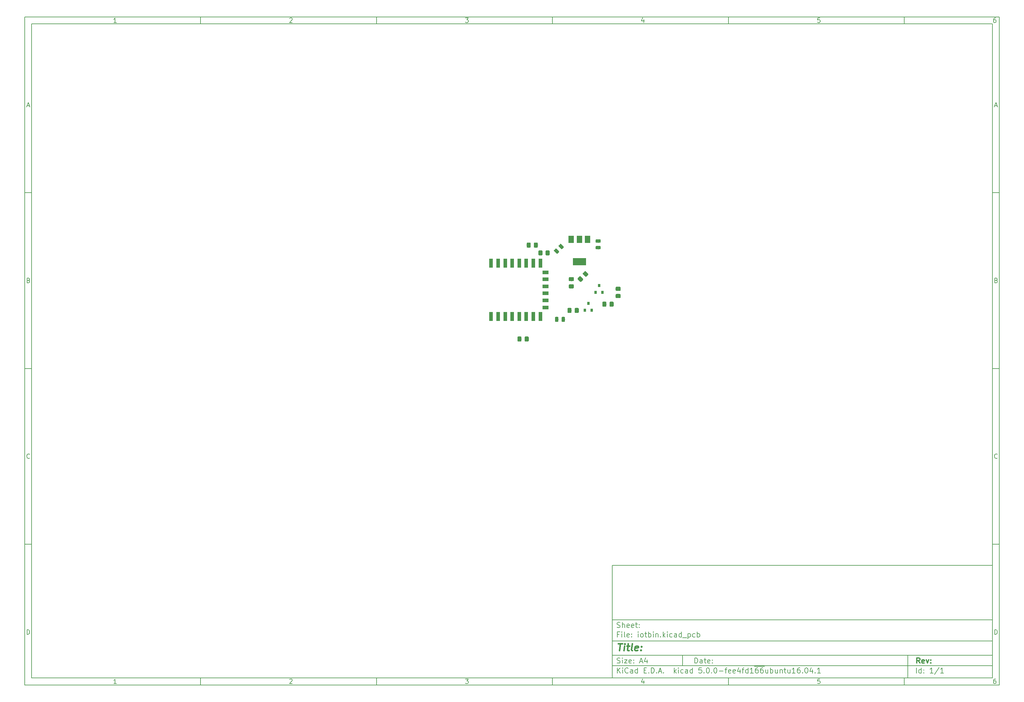
<source format=gbr>
G04 #@! TF.GenerationSoftware,KiCad,Pcbnew,5.0.0-fee4fd1~66~ubuntu16.04.1*
G04 #@! TF.CreationDate,2018-09-18T23:27:24+02:00*
G04 #@! TF.ProjectId,iotbin,696F7462696E2E6B696361645F706362,rev?*
G04 #@! TF.SameCoordinates,Original*
G04 #@! TF.FileFunction,Paste,Top*
G04 #@! TF.FilePolarity,Positive*
%FSLAX46Y46*%
G04 Gerber Fmt 4.6, Leading zero omitted, Abs format (unit mm)*
G04 Created by KiCad (PCBNEW 5.0.0-fee4fd1~66~ubuntu16.04.1) date Tue Sep 18 23:27:24 2018*
%MOMM*%
%LPD*%
G01*
G04 APERTURE LIST*
%ADD10C,0.100000*%
%ADD11C,0.150000*%
%ADD12C,0.300000*%
%ADD13C,0.400000*%
%ADD14R,3.800000X2.000000*%
%ADD15R,1.500000X2.000000*%
%ADD16R,0.800000X0.900000*%
%ADD17C,1.150000*%
%ADD18C,0.975000*%
%ADD19R,1.000000X2.500000*%
%ADD20R,1.800000X1.000000*%
G04 APERTURE END LIST*
D10*
D11*
X177002200Y-166007200D02*
X177002200Y-198007200D01*
X285002200Y-198007200D01*
X285002200Y-166007200D01*
X177002200Y-166007200D01*
D10*
D11*
X10000000Y-10000000D02*
X10000000Y-200007200D01*
X287002200Y-200007200D01*
X287002200Y-10000000D01*
X10000000Y-10000000D01*
D10*
D11*
X12000000Y-12000000D02*
X12000000Y-198007200D01*
X285002200Y-198007200D01*
X285002200Y-12000000D01*
X12000000Y-12000000D01*
D10*
D11*
X60000000Y-12000000D02*
X60000000Y-10000000D01*
D10*
D11*
X110000000Y-12000000D02*
X110000000Y-10000000D01*
D10*
D11*
X160000000Y-12000000D02*
X160000000Y-10000000D01*
D10*
D11*
X210000000Y-12000000D02*
X210000000Y-10000000D01*
D10*
D11*
X260000000Y-12000000D02*
X260000000Y-10000000D01*
D10*
D11*
X36065476Y-11588095D02*
X35322619Y-11588095D01*
X35694047Y-11588095D02*
X35694047Y-10288095D01*
X35570238Y-10473809D01*
X35446428Y-10597619D01*
X35322619Y-10659523D01*
D10*
D11*
X85322619Y-10411904D02*
X85384523Y-10350000D01*
X85508333Y-10288095D01*
X85817857Y-10288095D01*
X85941666Y-10350000D01*
X86003571Y-10411904D01*
X86065476Y-10535714D01*
X86065476Y-10659523D01*
X86003571Y-10845238D01*
X85260714Y-11588095D01*
X86065476Y-11588095D01*
D10*
D11*
X135260714Y-10288095D02*
X136065476Y-10288095D01*
X135632142Y-10783333D01*
X135817857Y-10783333D01*
X135941666Y-10845238D01*
X136003571Y-10907142D01*
X136065476Y-11030952D01*
X136065476Y-11340476D01*
X136003571Y-11464285D01*
X135941666Y-11526190D01*
X135817857Y-11588095D01*
X135446428Y-11588095D01*
X135322619Y-11526190D01*
X135260714Y-11464285D01*
D10*
D11*
X185941666Y-10721428D02*
X185941666Y-11588095D01*
X185632142Y-10226190D02*
X185322619Y-11154761D01*
X186127380Y-11154761D01*
D10*
D11*
X236003571Y-10288095D02*
X235384523Y-10288095D01*
X235322619Y-10907142D01*
X235384523Y-10845238D01*
X235508333Y-10783333D01*
X235817857Y-10783333D01*
X235941666Y-10845238D01*
X236003571Y-10907142D01*
X236065476Y-11030952D01*
X236065476Y-11340476D01*
X236003571Y-11464285D01*
X235941666Y-11526190D01*
X235817857Y-11588095D01*
X235508333Y-11588095D01*
X235384523Y-11526190D01*
X235322619Y-11464285D01*
D10*
D11*
X285941666Y-10288095D02*
X285694047Y-10288095D01*
X285570238Y-10350000D01*
X285508333Y-10411904D01*
X285384523Y-10597619D01*
X285322619Y-10845238D01*
X285322619Y-11340476D01*
X285384523Y-11464285D01*
X285446428Y-11526190D01*
X285570238Y-11588095D01*
X285817857Y-11588095D01*
X285941666Y-11526190D01*
X286003571Y-11464285D01*
X286065476Y-11340476D01*
X286065476Y-11030952D01*
X286003571Y-10907142D01*
X285941666Y-10845238D01*
X285817857Y-10783333D01*
X285570238Y-10783333D01*
X285446428Y-10845238D01*
X285384523Y-10907142D01*
X285322619Y-11030952D01*
D10*
D11*
X60000000Y-198007200D02*
X60000000Y-200007200D01*
D10*
D11*
X110000000Y-198007200D02*
X110000000Y-200007200D01*
D10*
D11*
X160000000Y-198007200D02*
X160000000Y-200007200D01*
D10*
D11*
X210000000Y-198007200D02*
X210000000Y-200007200D01*
D10*
D11*
X260000000Y-198007200D02*
X260000000Y-200007200D01*
D10*
D11*
X36065476Y-199595295D02*
X35322619Y-199595295D01*
X35694047Y-199595295D02*
X35694047Y-198295295D01*
X35570238Y-198481009D01*
X35446428Y-198604819D01*
X35322619Y-198666723D01*
D10*
D11*
X85322619Y-198419104D02*
X85384523Y-198357200D01*
X85508333Y-198295295D01*
X85817857Y-198295295D01*
X85941666Y-198357200D01*
X86003571Y-198419104D01*
X86065476Y-198542914D01*
X86065476Y-198666723D01*
X86003571Y-198852438D01*
X85260714Y-199595295D01*
X86065476Y-199595295D01*
D10*
D11*
X135260714Y-198295295D02*
X136065476Y-198295295D01*
X135632142Y-198790533D01*
X135817857Y-198790533D01*
X135941666Y-198852438D01*
X136003571Y-198914342D01*
X136065476Y-199038152D01*
X136065476Y-199347676D01*
X136003571Y-199471485D01*
X135941666Y-199533390D01*
X135817857Y-199595295D01*
X135446428Y-199595295D01*
X135322619Y-199533390D01*
X135260714Y-199471485D01*
D10*
D11*
X185941666Y-198728628D02*
X185941666Y-199595295D01*
X185632142Y-198233390D02*
X185322619Y-199161961D01*
X186127380Y-199161961D01*
D10*
D11*
X236003571Y-198295295D02*
X235384523Y-198295295D01*
X235322619Y-198914342D01*
X235384523Y-198852438D01*
X235508333Y-198790533D01*
X235817857Y-198790533D01*
X235941666Y-198852438D01*
X236003571Y-198914342D01*
X236065476Y-199038152D01*
X236065476Y-199347676D01*
X236003571Y-199471485D01*
X235941666Y-199533390D01*
X235817857Y-199595295D01*
X235508333Y-199595295D01*
X235384523Y-199533390D01*
X235322619Y-199471485D01*
D10*
D11*
X285941666Y-198295295D02*
X285694047Y-198295295D01*
X285570238Y-198357200D01*
X285508333Y-198419104D01*
X285384523Y-198604819D01*
X285322619Y-198852438D01*
X285322619Y-199347676D01*
X285384523Y-199471485D01*
X285446428Y-199533390D01*
X285570238Y-199595295D01*
X285817857Y-199595295D01*
X285941666Y-199533390D01*
X286003571Y-199471485D01*
X286065476Y-199347676D01*
X286065476Y-199038152D01*
X286003571Y-198914342D01*
X285941666Y-198852438D01*
X285817857Y-198790533D01*
X285570238Y-198790533D01*
X285446428Y-198852438D01*
X285384523Y-198914342D01*
X285322619Y-199038152D01*
D10*
D11*
X10000000Y-60000000D02*
X12000000Y-60000000D01*
D10*
D11*
X10000000Y-110000000D02*
X12000000Y-110000000D01*
D10*
D11*
X10000000Y-160000000D02*
X12000000Y-160000000D01*
D10*
D11*
X10690476Y-35216666D02*
X11309523Y-35216666D01*
X10566666Y-35588095D02*
X11000000Y-34288095D01*
X11433333Y-35588095D01*
D10*
D11*
X11092857Y-84907142D02*
X11278571Y-84969047D01*
X11340476Y-85030952D01*
X11402380Y-85154761D01*
X11402380Y-85340476D01*
X11340476Y-85464285D01*
X11278571Y-85526190D01*
X11154761Y-85588095D01*
X10659523Y-85588095D01*
X10659523Y-84288095D01*
X11092857Y-84288095D01*
X11216666Y-84350000D01*
X11278571Y-84411904D01*
X11340476Y-84535714D01*
X11340476Y-84659523D01*
X11278571Y-84783333D01*
X11216666Y-84845238D01*
X11092857Y-84907142D01*
X10659523Y-84907142D01*
D10*
D11*
X11402380Y-135464285D02*
X11340476Y-135526190D01*
X11154761Y-135588095D01*
X11030952Y-135588095D01*
X10845238Y-135526190D01*
X10721428Y-135402380D01*
X10659523Y-135278571D01*
X10597619Y-135030952D01*
X10597619Y-134845238D01*
X10659523Y-134597619D01*
X10721428Y-134473809D01*
X10845238Y-134350000D01*
X11030952Y-134288095D01*
X11154761Y-134288095D01*
X11340476Y-134350000D01*
X11402380Y-134411904D01*
D10*
D11*
X10659523Y-185588095D02*
X10659523Y-184288095D01*
X10969047Y-184288095D01*
X11154761Y-184350000D01*
X11278571Y-184473809D01*
X11340476Y-184597619D01*
X11402380Y-184845238D01*
X11402380Y-185030952D01*
X11340476Y-185278571D01*
X11278571Y-185402380D01*
X11154761Y-185526190D01*
X10969047Y-185588095D01*
X10659523Y-185588095D01*
D10*
D11*
X287002200Y-60000000D02*
X285002200Y-60000000D01*
D10*
D11*
X287002200Y-110000000D02*
X285002200Y-110000000D01*
D10*
D11*
X287002200Y-160000000D02*
X285002200Y-160000000D01*
D10*
D11*
X285692676Y-35216666D02*
X286311723Y-35216666D01*
X285568866Y-35588095D02*
X286002200Y-34288095D01*
X286435533Y-35588095D01*
D10*
D11*
X286095057Y-84907142D02*
X286280771Y-84969047D01*
X286342676Y-85030952D01*
X286404580Y-85154761D01*
X286404580Y-85340476D01*
X286342676Y-85464285D01*
X286280771Y-85526190D01*
X286156961Y-85588095D01*
X285661723Y-85588095D01*
X285661723Y-84288095D01*
X286095057Y-84288095D01*
X286218866Y-84350000D01*
X286280771Y-84411904D01*
X286342676Y-84535714D01*
X286342676Y-84659523D01*
X286280771Y-84783333D01*
X286218866Y-84845238D01*
X286095057Y-84907142D01*
X285661723Y-84907142D01*
D10*
D11*
X286404580Y-135464285D02*
X286342676Y-135526190D01*
X286156961Y-135588095D01*
X286033152Y-135588095D01*
X285847438Y-135526190D01*
X285723628Y-135402380D01*
X285661723Y-135278571D01*
X285599819Y-135030952D01*
X285599819Y-134845238D01*
X285661723Y-134597619D01*
X285723628Y-134473809D01*
X285847438Y-134350000D01*
X286033152Y-134288095D01*
X286156961Y-134288095D01*
X286342676Y-134350000D01*
X286404580Y-134411904D01*
D10*
D11*
X285661723Y-185588095D02*
X285661723Y-184288095D01*
X285971247Y-184288095D01*
X286156961Y-184350000D01*
X286280771Y-184473809D01*
X286342676Y-184597619D01*
X286404580Y-184845238D01*
X286404580Y-185030952D01*
X286342676Y-185278571D01*
X286280771Y-185402380D01*
X286156961Y-185526190D01*
X285971247Y-185588095D01*
X285661723Y-185588095D01*
D10*
D11*
X200434342Y-193785771D02*
X200434342Y-192285771D01*
X200791485Y-192285771D01*
X201005771Y-192357200D01*
X201148628Y-192500057D01*
X201220057Y-192642914D01*
X201291485Y-192928628D01*
X201291485Y-193142914D01*
X201220057Y-193428628D01*
X201148628Y-193571485D01*
X201005771Y-193714342D01*
X200791485Y-193785771D01*
X200434342Y-193785771D01*
X202577200Y-193785771D02*
X202577200Y-193000057D01*
X202505771Y-192857200D01*
X202362914Y-192785771D01*
X202077200Y-192785771D01*
X201934342Y-192857200D01*
X202577200Y-193714342D02*
X202434342Y-193785771D01*
X202077200Y-193785771D01*
X201934342Y-193714342D01*
X201862914Y-193571485D01*
X201862914Y-193428628D01*
X201934342Y-193285771D01*
X202077200Y-193214342D01*
X202434342Y-193214342D01*
X202577200Y-193142914D01*
X203077200Y-192785771D02*
X203648628Y-192785771D01*
X203291485Y-192285771D02*
X203291485Y-193571485D01*
X203362914Y-193714342D01*
X203505771Y-193785771D01*
X203648628Y-193785771D01*
X204720057Y-193714342D02*
X204577200Y-193785771D01*
X204291485Y-193785771D01*
X204148628Y-193714342D01*
X204077200Y-193571485D01*
X204077200Y-193000057D01*
X204148628Y-192857200D01*
X204291485Y-192785771D01*
X204577200Y-192785771D01*
X204720057Y-192857200D01*
X204791485Y-193000057D01*
X204791485Y-193142914D01*
X204077200Y-193285771D01*
X205434342Y-193642914D02*
X205505771Y-193714342D01*
X205434342Y-193785771D01*
X205362914Y-193714342D01*
X205434342Y-193642914D01*
X205434342Y-193785771D01*
X205434342Y-192857200D02*
X205505771Y-192928628D01*
X205434342Y-193000057D01*
X205362914Y-192928628D01*
X205434342Y-192857200D01*
X205434342Y-193000057D01*
D10*
D11*
X177002200Y-194507200D02*
X285002200Y-194507200D01*
D10*
D11*
X178434342Y-196585771D02*
X178434342Y-195085771D01*
X179291485Y-196585771D02*
X178648628Y-195728628D01*
X179291485Y-195085771D02*
X178434342Y-195942914D01*
X179934342Y-196585771D02*
X179934342Y-195585771D01*
X179934342Y-195085771D02*
X179862914Y-195157200D01*
X179934342Y-195228628D01*
X180005771Y-195157200D01*
X179934342Y-195085771D01*
X179934342Y-195228628D01*
X181505771Y-196442914D02*
X181434342Y-196514342D01*
X181220057Y-196585771D01*
X181077200Y-196585771D01*
X180862914Y-196514342D01*
X180720057Y-196371485D01*
X180648628Y-196228628D01*
X180577200Y-195942914D01*
X180577200Y-195728628D01*
X180648628Y-195442914D01*
X180720057Y-195300057D01*
X180862914Y-195157200D01*
X181077200Y-195085771D01*
X181220057Y-195085771D01*
X181434342Y-195157200D01*
X181505771Y-195228628D01*
X182791485Y-196585771D02*
X182791485Y-195800057D01*
X182720057Y-195657200D01*
X182577200Y-195585771D01*
X182291485Y-195585771D01*
X182148628Y-195657200D01*
X182791485Y-196514342D02*
X182648628Y-196585771D01*
X182291485Y-196585771D01*
X182148628Y-196514342D01*
X182077200Y-196371485D01*
X182077200Y-196228628D01*
X182148628Y-196085771D01*
X182291485Y-196014342D01*
X182648628Y-196014342D01*
X182791485Y-195942914D01*
X184148628Y-196585771D02*
X184148628Y-195085771D01*
X184148628Y-196514342D02*
X184005771Y-196585771D01*
X183720057Y-196585771D01*
X183577200Y-196514342D01*
X183505771Y-196442914D01*
X183434342Y-196300057D01*
X183434342Y-195871485D01*
X183505771Y-195728628D01*
X183577200Y-195657200D01*
X183720057Y-195585771D01*
X184005771Y-195585771D01*
X184148628Y-195657200D01*
X186005771Y-195800057D02*
X186505771Y-195800057D01*
X186720057Y-196585771D02*
X186005771Y-196585771D01*
X186005771Y-195085771D01*
X186720057Y-195085771D01*
X187362914Y-196442914D02*
X187434342Y-196514342D01*
X187362914Y-196585771D01*
X187291485Y-196514342D01*
X187362914Y-196442914D01*
X187362914Y-196585771D01*
X188077200Y-196585771D02*
X188077200Y-195085771D01*
X188434342Y-195085771D01*
X188648628Y-195157200D01*
X188791485Y-195300057D01*
X188862914Y-195442914D01*
X188934342Y-195728628D01*
X188934342Y-195942914D01*
X188862914Y-196228628D01*
X188791485Y-196371485D01*
X188648628Y-196514342D01*
X188434342Y-196585771D01*
X188077200Y-196585771D01*
X189577200Y-196442914D02*
X189648628Y-196514342D01*
X189577200Y-196585771D01*
X189505771Y-196514342D01*
X189577200Y-196442914D01*
X189577200Y-196585771D01*
X190220057Y-196157200D02*
X190934342Y-196157200D01*
X190077200Y-196585771D02*
X190577200Y-195085771D01*
X191077200Y-196585771D01*
X191577200Y-196442914D02*
X191648628Y-196514342D01*
X191577200Y-196585771D01*
X191505771Y-196514342D01*
X191577200Y-196442914D01*
X191577200Y-196585771D01*
X194577200Y-196585771D02*
X194577200Y-195085771D01*
X194720057Y-196014342D02*
X195148628Y-196585771D01*
X195148628Y-195585771D02*
X194577200Y-196157200D01*
X195791485Y-196585771D02*
X195791485Y-195585771D01*
X195791485Y-195085771D02*
X195720057Y-195157200D01*
X195791485Y-195228628D01*
X195862914Y-195157200D01*
X195791485Y-195085771D01*
X195791485Y-195228628D01*
X197148628Y-196514342D02*
X197005771Y-196585771D01*
X196720057Y-196585771D01*
X196577200Y-196514342D01*
X196505771Y-196442914D01*
X196434342Y-196300057D01*
X196434342Y-195871485D01*
X196505771Y-195728628D01*
X196577200Y-195657200D01*
X196720057Y-195585771D01*
X197005771Y-195585771D01*
X197148628Y-195657200D01*
X198434342Y-196585771D02*
X198434342Y-195800057D01*
X198362914Y-195657200D01*
X198220057Y-195585771D01*
X197934342Y-195585771D01*
X197791485Y-195657200D01*
X198434342Y-196514342D02*
X198291485Y-196585771D01*
X197934342Y-196585771D01*
X197791485Y-196514342D01*
X197720057Y-196371485D01*
X197720057Y-196228628D01*
X197791485Y-196085771D01*
X197934342Y-196014342D01*
X198291485Y-196014342D01*
X198434342Y-195942914D01*
X199791485Y-196585771D02*
X199791485Y-195085771D01*
X199791485Y-196514342D02*
X199648628Y-196585771D01*
X199362914Y-196585771D01*
X199220057Y-196514342D01*
X199148628Y-196442914D01*
X199077200Y-196300057D01*
X199077200Y-195871485D01*
X199148628Y-195728628D01*
X199220057Y-195657200D01*
X199362914Y-195585771D01*
X199648628Y-195585771D01*
X199791485Y-195657200D01*
X202362914Y-195085771D02*
X201648628Y-195085771D01*
X201577200Y-195800057D01*
X201648628Y-195728628D01*
X201791485Y-195657200D01*
X202148628Y-195657200D01*
X202291485Y-195728628D01*
X202362914Y-195800057D01*
X202434342Y-195942914D01*
X202434342Y-196300057D01*
X202362914Y-196442914D01*
X202291485Y-196514342D01*
X202148628Y-196585771D01*
X201791485Y-196585771D01*
X201648628Y-196514342D01*
X201577200Y-196442914D01*
X203077200Y-196442914D02*
X203148628Y-196514342D01*
X203077200Y-196585771D01*
X203005771Y-196514342D01*
X203077200Y-196442914D01*
X203077200Y-196585771D01*
X204077200Y-195085771D02*
X204220057Y-195085771D01*
X204362914Y-195157200D01*
X204434342Y-195228628D01*
X204505771Y-195371485D01*
X204577200Y-195657200D01*
X204577200Y-196014342D01*
X204505771Y-196300057D01*
X204434342Y-196442914D01*
X204362914Y-196514342D01*
X204220057Y-196585771D01*
X204077200Y-196585771D01*
X203934342Y-196514342D01*
X203862914Y-196442914D01*
X203791485Y-196300057D01*
X203720057Y-196014342D01*
X203720057Y-195657200D01*
X203791485Y-195371485D01*
X203862914Y-195228628D01*
X203934342Y-195157200D01*
X204077200Y-195085771D01*
X205220057Y-196442914D02*
X205291485Y-196514342D01*
X205220057Y-196585771D01*
X205148628Y-196514342D01*
X205220057Y-196442914D01*
X205220057Y-196585771D01*
X206220057Y-195085771D02*
X206362914Y-195085771D01*
X206505771Y-195157200D01*
X206577200Y-195228628D01*
X206648628Y-195371485D01*
X206720057Y-195657200D01*
X206720057Y-196014342D01*
X206648628Y-196300057D01*
X206577200Y-196442914D01*
X206505771Y-196514342D01*
X206362914Y-196585771D01*
X206220057Y-196585771D01*
X206077200Y-196514342D01*
X206005771Y-196442914D01*
X205934342Y-196300057D01*
X205862914Y-196014342D01*
X205862914Y-195657200D01*
X205934342Y-195371485D01*
X206005771Y-195228628D01*
X206077200Y-195157200D01*
X206220057Y-195085771D01*
X207362914Y-196014342D02*
X208505771Y-196014342D01*
X209005771Y-195585771D02*
X209577200Y-195585771D01*
X209220057Y-196585771D02*
X209220057Y-195300057D01*
X209291485Y-195157200D01*
X209434342Y-195085771D01*
X209577200Y-195085771D01*
X210648628Y-196514342D02*
X210505771Y-196585771D01*
X210220057Y-196585771D01*
X210077200Y-196514342D01*
X210005771Y-196371485D01*
X210005771Y-195800057D01*
X210077200Y-195657200D01*
X210220057Y-195585771D01*
X210505771Y-195585771D01*
X210648628Y-195657200D01*
X210720057Y-195800057D01*
X210720057Y-195942914D01*
X210005771Y-196085771D01*
X211934342Y-196514342D02*
X211791485Y-196585771D01*
X211505771Y-196585771D01*
X211362914Y-196514342D01*
X211291485Y-196371485D01*
X211291485Y-195800057D01*
X211362914Y-195657200D01*
X211505771Y-195585771D01*
X211791485Y-195585771D01*
X211934342Y-195657200D01*
X212005771Y-195800057D01*
X212005771Y-195942914D01*
X211291485Y-196085771D01*
X213291485Y-195585771D02*
X213291485Y-196585771D01*
X212934342Y-195014342D02*
X212577200Y-196085771D01*
X213505771Y-196085771D01*
X213862914Y-195585771D02*
X214434342Y-195585771D01*
X214077200Y-196585771D02*
X214077200Y-195300057D01*
X214148628Y-195157200D01*
X214291485Y-195085771D01*
X214434342Y-195085771D01*
X215577200Y-196585771D02*
X215577200Y-195085771D01*
X215577200Y-196514342D02*
X215434342Y-196585771D01*
X215148628Y-196585771D01*
X215005771Y-196514342D01*
X214934342Y-196442914D01*
X214862914Y-196300057D01*
X214862914Y-195871485D01*
X214934342Y-195728628D01*
X215005771Y-195657200D01*
X215148628Y-195585771D01*
X215434342Y-195585771D01*
X215577200Y-195657200D01*
X217077200Y-196585771D02*
X216220057Y-196585771D01*
X216648628Y-196585771D02*
X216648628Y-195085771D01*
X216505771Y-195300057D01*
X216362914Y-195442914D01*
X216220057Y-195514342D01*
X217362914Y-194677200D02*
X218791485Y-194677200D01*
X218362914Y-195085771D02*
X218077200Y-195085771D01*
X217934342Y-195157200D01*
X217862914Y-195228628D01*
X217720057Y-195442914D01*
X217648628Y-195728628D01*
X217648628Y-196300057D01*
X217720057Y-196442914D01*
X217791485Y-196514342D01*
X217934342Y-196585771D01*
X218220057Y-196585771D01*
X218362914Y-196514342D01*
X218434342Y-196442914D01*
X218505771Y-196300057D01*
X218505771Y-195942914D01*
X218434342Y-195800057D01*
X218362914Y-195728628D01*
X218220057Y-195657200D01*
X217934342Y-195657200D01*
X217791485Y-195728628D01*
X217720057Y-195800057D01*
X217648628Y-195942914D01*
X218791485Y-194677200D02*
X220220057Y-194677200D01*
X219791485Y-195085771D02*
X219505771Y-195085771D01*
X219362914Y-195157200D01*
X219291485Y-195228628D01*
X219148628Y-195442914D01*
X219077200Y-195728628D01*
X219077200Y-196300057D01*
X219148628Y-196442914D01*
X219220057Y-196514342D01*
X219362914Y-196585771D01*
X219648628Y-196585771D01*
X219791485Y-196514342D01*
X219862914Y-196442914D01*
X219934342Y-196300057D01*
X219934342Y-195942914D01*
X219862914Y-195800057D01*
X219791485Y-195728628D01*
X219648628Y-195657200D01*
X219362914Y-195657200D01*
X219220057Y-195728628D01*
X219148628Y-195800057D01*
X219077200Y-195942914D01*
X221220057Y-195585771D02*
X221220057Y-196585771D01*
X220577200Y-195585771D02*
X220577200Y-196371485D01*
X220648628Y-196514342D01*
X220791485Y-196585771D01*
X221005771Y-196585771D01*
X221148628Y-196514342D01*
X221220057Y-196442914D01*
X221934342Y-196585771D02*
X221934342Y-195085771D01*
X221934342Y-195657200D02*
X222077200Y-195585771D01*
X222362914Y-195585771D01*
X222505771Y-195657200D01*
X222577200Y-195728628D01*
X222648628Y-195871485D01*
X222648628Y-196300057D01*
X222577200Y-196442914D01*
X222505771Y-196514342D01*
X222362914Y-196585771D01*
X222077200Y-196585771D01*
X221934342Y-196514342D01*
X223934342Y-195585771D02*
X223934342Y-196585771D01*
X223291485Y-195585771D02*
X223291485Y-196371485D01*
X223362914Y-196514342D01*
X223505771Y-196585771D01*
X223720057Y-196585771D01*
X223862914Y-196514342D01*
X223934342Y-196442914D01*
X224648628Y-195585771D02*
X224648628Y-196585771D01*
X224648628Y-195728628D02*
X224720057Y-195657200D01*
X224862914Y-195585771D01*
X225077200Y-195585771D01*
X225220057Y-195657200D01*
X225291485Y-195800057D01*
X225291485Y-196585771D01*
X225791485Y-195585771D02*
X226362914Y-195585771D01*
X226005771Y-195085771D02*
X226005771Y-196371485D01*
X226077200Y-196514342D01*
X226220057Y-196585771D01*
X226362914Y-196585771D01*
X227505771Y-195585771D02*
X227505771Y-196585771D01*
X226862914Y-195585771D02*
X226862914Y-196371485D01*
X226934342Y-196514342D01*
X227077200Y-196585771D01*
X227291485Y-196585771D01*
X227434342Y-196514342D01*
X227505771Y-196442914D01*
X229005771Y-196585771D02*
X228148628Y-196585771D01*
X228577200Y-196585771D02*
X228577200Y-195085771D01*
X228434342Y-195300057D01*
X228291485Y-195442914D01*
X228148628Y-195514342D01*
X230291485Y-195085771D02*
X230005771Y-195085771D01*
X229862914Y-195157200D01*
X229791485Y-195228628D01*
X229648628Y-195442914D01*
X229577200Y-195728628D01*
X229577200Y-196300057D01*
X229648628Y-196442914D01*
X229720057Y-196514342D01*
X229862914Y-196585771D01*
X230148628Y-196585771D01*
X230291485Y-196514342D01*
X230362914Y-196442914D01*
X230434342Y-196300057D01*
X230434342Y-195942914D01*
X230362914Y-195800057D01*
X230291485Y-195728628D01*
X230148628Y-195657200D01*
X229862914Y-195657200D01*
X229720057Y-195728628D01*
X229648628Y-195800057D01*
X229577200Y-195942914D01*
X231077200Y-196442914D02*
X231148628Y-196514342D01*
X231077200Y-196585771D01*
X231005771Y-196514342D01*
X231077200Y-196442914D01*
X231077200Y-196585771D01*
X232077200Y-195085771D02*
X232220057Y-195085771D01*
X232362914Y-195157200D01*
X232434342Y-195228628D01*
X232505771Y-195371485D01*
X232577200Y-195657200D01*
X232577200Y-196014342D01*
X232505771Y-196300057D01*
X232434342Y-196442914D01*
X232362914Y-196514342D01*
X232220057Y-196585771D01*
X232077200Y-196585771D01*
X231934342Y-196514342D01*
X231862914Y-196442914D01*
X231791485Y-196300057D01*
X231720057Y-196014342D01*
X231720057Y-195657200D01*
X231791485Y-195371485D01*
X231862914Y-195228628D01*
X231934342Y-195157200D01*
X232077200Y-195085771D01*
X233862914Y-195585771D02*
X233862914Y-196585771D01*
X233505771Y-195014342D02*
X233148628Y-196085771D01*
X234077200Y-196085771D01*
X234648628Y-196442914D02*
X234720057Y-196514342D01*
X234648628Y-196585771D01*
X234577200Y-196514342D01*
X234648628Y-196442914D01*
X234648628Y-196585771D01*
X236148628Y-196585771D02*
X235291485Y-196585771D01*
X235720057Y-196585771D02*
X235720057Y-195085771D01*
X235577200Y-195300057D01*
X235434342Y-195442914D01*
X235291485Y-195514342D01*
D10*
D11*
X177002200Y-191507200D02*
X285002200Y-191507200D01*
D10*
D12*
X264411485Y-193785771D02*
X263911485Y-193071485D01*
X263554342Y-193785771D02*
X263554342Y-192285771D01*
X264125771Y-192285771D01*
X264268628Y-192357200D01*
X264340057Y-192428628D01*
X264411485Y-192571485D01*
X264411485Y-192785771D01*
X264340057Y-192928628D01*
X264268628Y-193000057D01*
X264125771Y-193071485D01*
X263554342Y-193071485D01*
X265625771Y-193714342D02*
X265482914Y-193785771D01*
X265197200Y-193785771D01*
X265054342Y-193714342D01*
X264982914Y-193571485D01*
X264982914Y-193000057D01*
X265054342Y-192857200D01*
X265197200Y-192785771D01*
X265482914Y-192785771D01*
X265625771Y-192857200D01*
X265697200Y-193000057D01*
X265697200Y-193142914D01*
X264982914Y-193285771D01*
X266197200Y-192785771D02*
X266554342Y-193785771D01*
X266911485Y-192785771D01*
X267482914Y-193642914D02*
X267554342Y-193714342D01*
X267482914Y-193785771D01*
X267411485Y-193714342D01*
X267482914Y-193642914D01*
X267482914Y-193785771D01*
X267482914Y-192857200D02*
X267554342Y-192928628D01*
X267482914Y-193000057D01*
X267411485Y-192928628D01*
X267482914Y-192857200D01*
X267482914Y-193000057D01*
D10*
D11*
X178362914Y-193714342D02*
X178577200Y-193785771D01*
X178934342Y-193785771D01*
X179077200Y-193714342D01*
X179148628Y-193642914D01*
X179220057Y-193500057D01*
X179220057Y-193357200D01*
X179148628Y-193214342D01*
X179077200Y-193142914D01*
X178934342Y-193071485D01*
X178648628Y-193000057D01*
X178505771Y-192928628D01*
X178434342Y-192857200D01*
X178362914Y-192714342D01*
X178362914Y-192571485D01*
X178434342Y-192428628D01*
X178505771Y-192357200D01*
X178648628Y-192285771D01*
X179005771Y-192285771D01*
X179220057Y-192357200D01*
X179862914Y-193785771D02*
X179862914Y-192785771D01*
X179862914Y-192285771D02*
X179791485Y-192357200D01*
X179862914Y-192428628D01*
X179934342Y-192357200D01*
X179862914Y-192285771D01*
X179862914Y-192428628D01*
X180434342Y-192785771D02*
X181220057Y-192785771D01*
X180434342Y-193785771D01*
X181220057Y-193785771D01*
X182362914Y-193714342D02*
X182220057Y-193785771D01*
X181934342Y-193785771D01*
X181791485Y-193714342D01*
X181720057Y-193571485D01*
X181720057Y-193000057D01*
X181791485Y-192857200D01*
X181934342Y-192785771D01*
X182220057Y-192785771D01*
X182362914Y-192857200D01*
X182434342Y-193000057D01*
X182434342Y-193142914D01*
X181720057Y-193285771D01*
X183077200Y-193642914D02*
X183148628Y-193714342D01*
X183077200Y-193785771D01*
X183005771Y-193714342D01*
X183077200Y-193642914D01*
X183077200Y-193785771D01*
X183077200Y-192857200D02*
X183148628Y-192928628D01*
X183077200Y-193000057D01*
X183005771Y-192928628D01*
X183077200Y-192857200D01*
X183077200Y-193000057D01*
X184862914Y-193357200D02*
X185577200Y-193357200D01*
X184720057Y-193785771D02*
X185220057Y-192285771D01*
X185720057Y-193785771D01*
X186862914Y-192785771D02*
X186862914Y-193785771D01*
X186505771Y-192214342D02*
X186148628Y-193285771D01*
X187077200Y-193285771D01*
D10*
D11*
X263434342Y-196585771D02*
X263434342Y-195085771D01*
X264791485Y-196585771D02*
X264791485Y-195085771D01*
X264791485Y-196514342D02*
X264648628Y-196585771D01*
X264362914Y-196585771D01*
X264220057Y-196514342D01*
X264148628Y-196442914D01*
X264077200Y-196300057D01*
X264077200Y-195871485D01*
X264148628Y-195728628D01*
X264220057Y-195657200D01*
X264362914Y-195585771D01*
X264648628Y-195585771D01*
X264791485Y-195657200D01*
X265505771Y-196442914D02*
X265577200Y-196514342D01*
X265505771Y-196585771D01*
X265434342Y-196514342D01*
X265505771Y-196442914D01*
X265505771Y-196585771D01*
X265505771Y-195657200D02*
X265577200Y-195728628D01*
X265505771Y-195800057D01*
X265434342Y-195728628D01*
X265505771Y-195657200D01*
X265505771Y-195800057D01*
X268148628Y-196585771D02*
X267291485Y-196585771D01*
X267720057Y-196585771D02*
X267720057Y-195085771D01*
X267577200Y-195300057D01*
X267434342Y-195442914D01*
X267291485Y-195514342D01*
X269862914Y-195014342D02*
X268577200Y-196942914D01*
X271148628Y-196585771D02*
X270291485Y-196585771D01*
X270720057Y-196585771D02*
X270720057Y-195085771D01*
X270577200Y-195300057D01*
X270434342Y-195442914D01*
X270291485Y-195514342D01*
D10*
D11*
X177002200Y-187507200D02*
X285002200Y-187507200D01*
D10*
D13*
X178714580Y-188211961D02*
X179857438Y-188211961D01*
X179036009Y-190211961D02*
X179286009Y-188211961D01*
X180274104Y-190211961D02*
X180440771Y-188878628D01*
X180524104Y-188211961D02*
X180416961Y-188307200D01*
X180500295Y-188402438D01*
X180607438Y-188307200D01*
X180524104Y-188211961D01*
X180500295Y-188402438D01*
X181107438Y-188878628D02*
X181869342Y-188878628D01*
X181476485Y-188211961D02*
X181262200Y-189926247D01*
X181333628Y-190116723D01*
X181512200Y-190211961D01*
X181702676Y-190211961D01*
X182655057Y-190211961D02*
X182476485Y-190116723D01*
X182405057Y-189926247D01*
X182619342Y-188211961D01*
X184190771Y-190116723D02*
X183988390Y-190211961D01*
X183607438Y-190211961D01*
X183428866Y-190116723D01*
X183357438Y-189926247D01*
X183452676Y-189164342D01*
X183571723Y-188973866D01*
X183774104Y-188878628D01*
X184155057Y-188878628D01*
X184333628Y-188973866D01*
X184405057Y-189164342D01*
X184381247Y-189354819D01*
X183405057Y-189545295D01*
X185155057Y-190021485D02*
X185238390Y-190116723D01*
X185131247Y-190211961D01*
X185047914Y-190116723D01*
X185155057Y-190021485D01*
X185131247Y-190211961D01*
X185286009Y-188973866D02*
X185369342Y-189069104D01*
X185262200Y-189164342D01*
X185178866Y-189069104D01*
X185286009Y-188973866D01*
X185262200Y-189164342D01*
D10*
D11*
X178934342Y-185600057D02*
X178434342Y-185600057D01*
X178434342Y-186385771D02*
X178434342Y-184885771D01*
X179148628Y-184885771D01*
X179720057Y-186385771D02*
X179720057Y-185385771D01*
X179720057Y-184885771D02*
X179648628Y-184957200D01*
X179720057Y-185028628D01*
X179791485Y-184957200D01*
X179720057Y-184885771D01*
X179720057Y-185028628D01*
X180648628Y-186385771D02*
X180505771Y-186314342D01*
X180434342Y-186171485D01*
X180434342Y-184885771D01*
X181791485Y-186314342D02*
X181648628Y-186385771D01*
X181362914Y-186385771D01*
X181220057Y-186314342D01*
X181148628Y-186171485D01*
X181148628Y-185600057D01*
X181220057Y-185457200D01*
X181362914Y-185385771D01*
X181648628Y-185385771D01*
X181791485Y-185457200D01*
X181862914Y-185600057D01*
X181862914Y-185742914D01*
X181148628Y-185885771D01*
X182505771Y-186242914D02*
X182577200Y-186314342D01*
X182505771Y-186385771D01*
X182434342Y-186314342D01*
X182505771Y-186242914D01*
X182505771Y-186385771D01*
X182505771Y-185457200D02*
X182577200Y-185528628D01*
X182505771Y-185600057D01*
X182434342Y-185528628D01*
X182505771Y-185457200D01*
X182505771Y-185600057D01*
X184362914Y-186385771D02*
X184362914Y-185385771D01*
X184362914Y-184885771D02*
X184291485Y-184957200D01*
X184362914Y-185028628D01*
X184434342Y-184957200D01*
X184362914Y-184885771D01*
X184362914Y-185028628D01*
X185291485Y-186385771D02*
X185148628Y-186314342D01*
X185077200Y-186242914D01*
X185005771Y-186100057D01*
X185005771Y-185671485D01*
X185077200Y-185528628D01*
X185148628Y-185457200D01*
X185291485Y-185385771D01*
X185505771Y-185385771D01*
X185648628Y-185457200D01*
X185720057Y-185528628D01*
X185791485Y-185671485D01*
X185791485Y-186100057D01*
X185720057Y-186242914D01*
X185648628Y-186314342D01*
X185505771Y-186385771D01*
X185291485Y-186385771D01*
X186220057Y-185385771D02*
X186791485Y-185385771D01*
X186434342Y-184885771D02*
X186434342Y-186171485D01*
X186505771Y-186314342D01*
X186648628Y-186385771D01*
X186791485Y-186385771D01*
X187291485Y-186385771D02*
X187291485Y-184885771D01*
X187291485Y-185457200D02*
X187434342Y-185385771D01*
X187720057Y-185385771D01*
X187862914Y-185457200D01*
X187934342Y-185528628D01*
X188005771Y-185671485D01*
X188005771Y-186100057D01*
X187934342Y-186242914D01*
X187862914Y-186314342D01*
X187720057Y-186385771D01*
X187434342Y-186385771D01*
X187291485Y-186314342D01*
X188648628Y-186385771D02*
X188648628Y-185385771D01*
X188648628Y-184885771D02*
X188577200Y-184957200D01*
X188648628Y-185028628D01*
X188720057Y-184957200D01*
X188648628Y-184885771D01*
X188648628Y-185028628D01*
X189362914Y-185385771D02*
X189362914Y-186385771D01*
X189362914Y-185528628D02*
X189434342Y-185457200D01*
X189577200Y-185385771D01*
X189791485Y-185385771D01*
X189934342Y-185457200D01*
X190005771Y-185600057D01*
X190005771Y-186385771D01*
X190720057Y-186242914D02*
X190791485Y-186314342D01*
X190720057Y-186385771D01*
X190648628Y-186314342D01*
X190720057Y-186242914D01*
X190720057Y-186385771D01*
X191434342Y-186385771D02*
X191434342Y-184885771D01*
X191577200Y-185814342D02*
X192005771Y-186385771D01*
X192005771Y-185385771D02*
X191434342Y-185957200D01*
X192648628Y-186385771D02*
X192648628Y-185385771D01*
X192648628Y-184885771D02*
X192577200Y-184957200D01*
X192648628Y-185028628D01*
X192720057Y-184957200D01*
X192648628Y-184885771D01*
X192648628Y-185028628D01*
X194005771Y-186314342D02*
X193862914Y-186385771D01*
X193577200Y-186385771D01*
X193434342Y-186314342D01*
X193362914Y-186242914D01*
X193291485Y-186100057D01*
X193291485Y-185671485D01*
X193362914Y-185528628D01*
X193434342Y-185457200D01*
X193577200Y-185385771D01*
X193862914Y-185385771D01*
X194005771Y-185457200D01*
X195291485Y-186385771D02*
X195291485Y-185600057D01*
X195220057Y-185457200D01*
X195077200Y-185385771D01*
X194791485Y-185385771D01*
X194648628Y-185457200D01*
X195291485Y-186314342D02*
X195148628Y-186385771D01*
X194791485Y-186385771D01*
X194648628Y-186314342D01*
X194577200Y-186171485D01*
X194577200Y-186028628D01*
X194648628Y-185885771D01*
X194791485Y-185814342D01*
X195148628Y-185814342D01*
X195291485Y-185742914D01*
X196648628Y-186385771D02*
X196648628Y-184885771D01*
X196648628Y-186314342D02*
X196505771Y-186385771D01*
X196220057Y-186385771D01*
X196077200Y-186314342D01*
X196005771Y-186242914D01*
X195934342Y-186100057D01*
X195934342Y-185671485D01*
X196005771Y-185528628D01*
X196077200Y-185457200D01*
X196220057Y-185385771D01*
X196505771Y-185385771D01*
X196648628Y-185457200D01*
X197005771Y-186528628D02*
X198148628Y-186528628D01*
X198505771Y-185385771D02*
X198505771Y-186885771D01*
X198505771Y-185457200D02*
X198648628Y-185385771D01*
X198934342Y-185385771D01*
X199077200Y-185457200D01*
X199148628Y-185528628D01*
X199220057Y-185671485D01*
X199220057Y-186100057D01*
X199148628Y-186242914D01*
X199077200Y-186314342D01*
X198934342Y-186385771D01*
X198648628Y-186385771D01*
X198505771Y-186314342D01*
X200505771Y-186314342D02*
X200362914Y-186385771D01*
X200077200Y-186385771D01*
X199934342Y-186314342D01*
X199862914Y-186242914D01*
X199791485Y-186100057D01*
X199791485Y-185671485D01*
X199862914Y-185528628D01*
X199934342Y-185457200D01*
X200077200Y-185385771D01*
X200362914Y-185385771D01*
X200505771Y-185457200D01*
X201148628Y-186385771D02*
X201148628Y-184885771D01*
X201148628Y-185457200D02*
X201291485Y-185385771D01*
X201577200Y-185385771D01*
X201720057Y-185457200D01*
X201791485Y-185528628D01*
X201862914Y-185671485D01*
X201862914Y-186100057D01*
X201791485Y-186242914D01*
X201720057Y-186314342D01*
X201577200Y-186385771D01*
X201291485Y-186385771D01*
X201148628Y-186314342D01*
D10*
D11*
X177002200Y-181507200D02*
X285002200Y-181507200D01*
D10*
D11*
X178362914Y-183614342D02*
X178577200Y-183685771D01*
X178934342Y-183685771D01*
X179077200Y-183614342D01*
X179148628Y-183542914D01*
X179220057Y-183400057D01*
X179220057Y-183257200D01*
X179148628Y-183114342D01*
X179077200Y-183042914D01*
X178934342Y-182971485D01*
X178648628Y-182900057D01*
X178505771Y-182828628D01*
X178434342Y-182757200D01*
X178362914Y-182614342D01*
X178362914Y-182471485D01*
X178434342Y-182328628D01*
X178505771Y-182257200D01*
X178648628Y-182185771D01*
X179005771Y-182185771D01*
X179220057Y-182257200D01*
X179862914Y-183685771D02*
X179862914Y-182185771D01*
X180505771Y-183685771D02*
X180505771Y-182900057D01*
X180434342Y-182757200D01*
X180291485Y-182685771D01*
X180077200Y-182685771D01*
X179934342Y-182757200D01*
X179862914Y-182828628D01*
X181791485Y-183614342D02*
X181648628Y-183685771D01*
X181362914Y-183685771D01*
X181220057Y-183614342D01*
X181148628Y-183471485D01*
X181148628Y-182900057D01*
X181220057Y-182757200D01*
X181362914Y-182685771D01*
X181648628Y-182685771D01*
X181791485Y-182757200D01*
X181862914Y-182900057D01*
X181862914Y-183042914D01*
X181148628Y-183185771D01*
X183077200Y-183614342D02*
X182934342Y-183685771D01*
X182648628Y-183685771D01*
X182505771Y-183614342D01*
X182434342Y-183471485D01*
X182434342Y-182900057D01*
X182505771Y-182757200D01*
X182648628Y-182685771D01*
X182934342Y-182685771D01*
X183077200Y-182757200D01*
X183148628Y-182900057D01*
X183148628Y-183042914D01*
X182434342Y-183185771D01*
X183577200Y-182685771D02*
X184148628Y-182685771D01*
X183791485Y-182185771D02*
X183791485Y-183471485D01*
X183862914Y-183614342D01*
X184005771Y-183685771D01*
X184148628Y-183685771D01*
X184648628Y-183542914D02*
X184720057Y-183614342D01*
X184648628Y-183685771D01*
X184577200Y-183614342D01*
X184648628Y-183542914D01*
X184648628Y-183685771D01*
X184648628Y-182757200D02*
X184720057Y-182828628D01*
X184648628Y-182900057D01*
X184577200Y-182828628D01*
X184648628Y-182757200D01*
X184648628Y-182900057D01*
D10*
D11*
X197002200Y-191507200D02*
X197002200Y-194507200D01*
D10*
D11*
X261002200Y-191507200D02*
X261002200Y-198007200D01*
D14*
G04 #@! TO.C,U4*
X167640000Y-79604000D03*
D15*
X167640000Y-73304000D03*
X165340000Y-73304000D03*
X169940000Y-73304000D03*
G04 #@! TD*
D16*
G04 #@! TO.C,U3*
X170180000Y-91456000D03*
X171130000Y-93456000D03*
X169230000Y-93456000D03*
G04 #@! TD*
G04 #@! TO.C,U2*
X172278000Y-88376000D03*
X174178000Y-88376000D03*
X173228000Y-86376000D03*
G04 #@! TD*
D10*
G04 #@! TO.C,R8*
G36*
X167236505Y-92773204D02*
X167260773Y-92776804D01*
X167284572Y-92782765D01*
X167307671Y-92791030D01*
X167329850Y-92801520D01*
X167350893Y-92814132D01*
X167370599Y-92828747D01*
X167388777Y-92845223D01*
X167405253Y-92863401D01*
X167419868Y-92883107D01*
X167432480Y-92904150D01*
X167442970Y-92926329D01*
X167451235Y-92949428D01*
X167457196Y-92973227D01*
X167460796Y-92997495D01*
X167462000Y-93021999D01*
X167462000Y-93922001D01*
X167460796Y-93946505D01*
X167457196Y-93970773D01*
X167451235Y-93994572D01*
X167442970Y-94017671D01*
X167432480Y-94039850D01*
X167419868Y-94060893D01*
X167405253Y-94080599D01*
X167388777Y-94098777D01*
X167370599Y-94115253D01*
X167350893Y-94129868D01*
X167329850Y-94142480D01*
X167307671Y-94152970D01*
X167284572Y-94161235D01*
X167260773Y-94167196D01*
X167236505Y-94170796D01*
X167212001Y-94172000D01*
X166561999Y-94172000D01*
X166537495Y-94170796D01*
X166513227Y-94167196D01*
X166489428Y-94161235D01*
X166466329Y-94152970D01*
X166444150Y-94142480D01*
X166423107Y-94129868D01*
X166403401Y-94115253D01*
X166385223Y-94098777D01*
X166368747Y-94080599D01*
X166354132Y-94060893D01*
X166341520Y-94039850D01*
X166331030Y-94017671D01*
X166322765Y-93994572D01*
X166316804Y-93970773D01*
X166313204Y-93946505D01*
X166312000Y-93922001D01*
X166312000Y-93021999D01*
X166313204Y-92997495D01*
X166316804Y-92973227D01*
X166322765Y-92949428D01*
X166331030Y-92926329D01*
X166341520Y-92904150D01*
X166354132Y-92883107D01*
X166368747Y-92863401D01*
X166385223Y-92845223D01*
X166403401Y-92828747D01*
X166423107Y-92814132D01*
X166444150Y-92801520D01*
X166466329Y-92791030D01*
X166489428Y-92782765D01*
X166513227Y-92776804D01*
X166537495Y-92773204D01*
X166561999Y-92772000D01*
X167212001Y-92772000D01*
X167236505Y-92773204D01*
X167236505Y-92773204D01*
G37*
D17*
X166887000Y-93472000D03*
D10*
G36*
X165186505Y-92773204D02*
X165210773Y-92776804D01*
X165234572Y-92782765D01*
X165257671Y-92791030D01*
X165279850Y-92801520D01*
X165300893Y-92814132D01*
X165320599Y-92828747D01*
X165338777Y-92845223D01*
X165355253Y-92863401D01*
X165369868Y-92883107D01*
X165382480Y-92904150D01*
X165392970Y-92926329D01*
X165401235Y-92949428D01*
X165407196Y-92973227D01*
X165410796Y-92997495D01*
X165412000Y-93021999D01*
X165412000Y-93922001D01*
X165410796Y-93946505D01*
X165407196Y-93970773D01*
X165401235Y-93994572D01*
X165392970Y-94017671D01*
X165382480Y-94039850D01*
X165369868Y-94060893D01*
X165355253Y-94080599D01*
X165338777Y-94098777D01*
X165320599Y-94115253D01*
X165300893Y-94129868D01*
X165279850Y-94142480D01*
X165257671Y-94152970D01*
X165234572Y-94161235D01*
X165210773Y-94167196D01*
X165186505Y-94170796D01*
X165162001Y-94172000D01*
X164511999Y-94172000D01*
X164487495Y-94170796D01*
X164463227Y-94167196D01*
X164439428Y-94161235D01*
X164416329Y-94152970D01*
X164394150Y-94142480D01*
X164373107Y-94129868D01*
X164353401Y-94115253D01*
X164335223Y-94098777D01*
X164318747Y-94080599D01*
X164304132Y-94060893D01*
X164291520Y-94039850D01*
X164281030Y-94017671D01*
X164272765Y-93994572D01*
X164266804Y-93970773D01*
X164263204Y-93946505D01*
X164262000Y-93922001D01*
X164262000Y-93021999D01*
X164263204Y-92997495D01*
X164266804Y-92973227D01*
X164272765Y-92949428D01*
X164281030Y-92926329D01*
X164291520Y-92904150D01*
X164304132Y-92883107D01*
X164318747Y-92863401D01*
X164335223Y-92845223D01*
X164353401Y-92828747D01*
X164373107Y-92814132D01*
X164394150Y-92801520D01*
X164416329Y-92791030D01*
X164439428Y-92782765D01*
X164463227Y-92776804D01*
X164487495Y-92773204D01*
X164511999Y-92772000D01*
X165162001Y-92772000D01*
X165186505Y-92773204D01*
X165186505Y-92773204D01*
G37*
D17*
X164837000Y-93472000D03*
G04 #@! TD*
D10*
G04 #@! TO.C,R7*
G36*
X175092505Y-90995204D02*
X175116773Y-90998804D01*
X175140572Y-91004765D01*
X175163671Y-91013030D01*
X175185850Y-91023520D01*
X175206893Y-91036132D01*
X175226599Y-91050747D01*
X175244777Y-91067223D01*
X175261253Y-91085401D01*
X175275868Y-91105107D01*
X175288480Y-91126150D01*
X175298970Y-91148329D01*
X175307235Y-91171428D01*
X175313196Y-91195227D01*
X175316796Y-91219495D01*
X175318000Y-91243999D01*
X175318000Y-92144001D01*
X175316796Y-92168505D01*
X175313196Y-92192773D01*
X175307235Y-92216572D01*
X175298970Y-92239671D01*
X175288480Y-92261850D01*
X175275868Y-92282893D01*
X175261253Y-92302599D01*
X175244777Y-92320777D01*
X175226599Y-92337253D01*
X175206893Y-92351868D01*
X175185850Y-92364480D01*
X175163671Y-92374970D01*
X175140572Y-92383235D01*
X175116773Y-92389196D01*
X175092505Y-92392796D01*
X175068001Y-92394000D01*
X174417999Y-92394000D01*
X174393495Y-92392796D01*
X174369227Y-92389196D01*
X174345428Y-92383235D01*
X174322329Y-92374970D01*
X174300150Y-92364480D01*
X174279107Y-92351868D01*
X174259401Y-92337253D01*
X174241223Y-92320777D01*
X174224747Y-92302599D01*
X174210132Y-92282893D01*
X174197520Y-92261850D01*
X174187030Y-92239671D01*
X174178765Y-92216572D01*
X174172804Y-92192773D01*
X174169204Y-92168505D01*
X174168000Y-92144001D01*
X174168000Y-91243999D01*
X174169204Y-91219495D01*
X174172804Y-91195227D01*
X174178765Y-91171428D01*
X174187030Y-91148329D01*
X174197520Y-91126150D01*
X174210132Y-91105107D01*
X174224747Y-91085401D01*
X174241223Y-91067223D01*
X174259401Y-91050747D01*
X174279107Y-91036132D01*
X174300150Y-91023520D01*
X174322329Y-91013030D01*
X174345428Y-91004765D01*
X174369227Y-90998804D01*
X174393495Y-90995204D01*
X174417999Y-90994000D01*
X175068001Y-90994000D01*
X175092505Y-90995204D01*
X175092505Y-90995204D01*
G37*
D17*
X174743000Y-91694000D03*
D10*
G36*
X177142505Y-90995204D02*
X177166773Y-90998804D01*
X177190572Y-91004765D01*
X177213671Y-91013030D01*
X177235850Y-91023520D01*
X177256893Y-91036132D01*
X177276599Y-91050747D01*
X177294777Y-91067223D01*
X177311253Y-91085401D01*
X177325868Y-91105107D01*
X177338480Y-91126150D01*
X177348970Y-91148329D01*
X177357235Y-91171428D01*
X177363196Y-91195227D01*
X177366796Y-91219495D01*
X177368000Y-91243999D01*
X177368000Y-92144001D01*
X177366796Y-92168505D01*
X177363196Y-92192773D01*
X177357235Y-92216572D01*
X177348970Y-92239671D01*
X177338480Y-92261850D01*
X177325868Y-92282893D01*
X177311253Y-92302599D01*
X177294777Y-92320777D01*
X177276599Y-92337253D01*
X177256893Y-92351868D01*
X177235850Y-92364480D01*
X177213671Y-92374970D01*
X177190572Y-92383235D01*
X177166773Y-92389196D01*
X177142505Y-92392796D01*
X177118001Y-92394000D01*
X176467999Y-92394000D01*
X176443495Y-92392796D01*
X176419227Y-92389196D01*
X176395428Y-92383235D01*
X176372329Y-92374970D01*
X176350150Y-92364480D01*
X176329107Y-92351868D01*
X176309401Y-92337253D01*
X176291223Y-92320777D01*
X176274747Y-92302599D01*
X176260132Y-92282893D01*
X176247520Y-92261850D01*
X176237030Y-92239671D01*
X176228765Y-92216572D01*
X176222804Y-92192773D01*
X176219204Y-92168505D01*
X176218000Y-92144001D01*
X176218000Y-91243999D01*
X176219204Y-91219495D01*
X176222804Y-91195227D01*
X176228765Y-91171428D01*
X176237030Y-91148329D01*
X176247520Y-91126150D01*
X176260132Y-91105107D01*
X176274747Y-91085401D01*
X176291223Y-91067223D01*
X176309401Y-91050747D01*
X176329107Y-91036132D01*
X176350150Y-91023520D01*
X176372329Y-91013030D01*
X176395428Y-91004765D01*
X176419227Y-90998804D01*
X176443495Y-90995204D01*
X176467999Y-90994000D01*
X177118001Y-90994000D01*
X177142505Y-90995204D01*
X177142505Y-90995204D01*
G37*
D17*
X176793000Y-91694000D03*
G04 #@! TD*
D10*
G04 #@! TO.C,R6*
G36*
X156924505Y-76401204D02*
X156948773Y-76404804D01*
X156972572Y-76410765D01*
X156995671Y-76419030D01*
X157017850Y-76429520D01*
X157038893Y-76442132D01*
X157058599Y-76456747D01*
X157076777Y-76473223D01*
X157093253Y-76491401D01*
X157107868Y-76511107D01*
X157120480Y-76532150D01*
X157130970Y-76554329D01*
X157139235Y-76577428D01*
X157145196Y-76601227D01*
X157148796Y-76625495D01*
X157150000Y-76649999D01*
X157150000Y-77550001D01*
X157148796Y-77574505D01*
X157145196Y-77598773D01*
X157139235Y-77622572D01*
X157130970Y-77645671D01*
X157120480Y-77667850D01*
X157107868Y-77688893D01*
X157093253Y-77708599D01*
X157076777Y-77726777D01*
X157058599Y-77743253D01*
X157038893Y-77757868D01*
X157017850Y-77770480D01*
X156995671Y-77780970D01*
X156972572Y-77789235D01*
X156948773Y-77795196D01*
X156924505Y-77798796D01*
X156900001Y-77800000D01*
X156249999Y-77800000D01*
X156225495Y-77798796D01*
X156201227Y-77795196D01*
X156177428Y-77789235D01*
X156154329Y-77780970D01*
X156132150Y-77770480D01*
X156111107Y-77757868D01*
X156091401Y-77743253D01*
X156073223Y-77726777D01*
X156056747Y-77708599D01*
X156042132Y-77688893D01*
X156029520Y-77667850D01*
X156019030Y-77645671D01*
X156010765Y-77622572D01*
X156004804Y-77598773D01*
X156001204Y-77574505D01*
X156000000Y-77550001D01*
X156000000Y-76649999D01*
X156001204Y-76625495D01*
X156004804Y-76601227D01*
X156010765Y-76577428D01*
X156019030Y-76554329D01*
X156029520Y-76532150D01*
X156042132Y-76511107D01*
X156056747Y-76491401D01*
X156073223Y-76473223D01*
X156091401Y-76456747D01*
X156111107Y-76442132D01*
X156132150Y-76429520D01*
X156154329Y-76419030D01*
X156177428Y-76410765D01*
X156201227Y-76404804D01*
X156225495Y-76401204D01*
X156249999Y-76400000D01*
X156900001Y-76400000D01*
X156924505Y-76401204D01*
X156924505Y-76401204D01*
G37*
D17*
X156575000Y-77100000D03*
D10*
G36*
X158974505Y-76401204D02*
X158998773Y-76404804D01*
X159022572Y-76410765D01*
X159045671Y-76419030D01*
X159067850Y-76429520D01*
X159088893Y-76442132D01*
X159108599Y-76456747D01*
X159126777Y-76473223D01*
X159143253Y-76491401D01*
X159157868Y-76511107D01*
X159170480Y-76532150D01*
X159180970Y-76554329D01*
X159189235Y-76577428D01*
X159195196Y-76601227D01*
X159198796Y-76625495D01*
X159200000Y-76649999D01*
X159200000Y-77550001D01*
X159198796Y-77574505D01*
X159195196Y-77598773D01*
X159189235Y-77622572D01*
X159180970Y-77645671D01*
X159170480Y-77667850D01*
X159157868Y-77688893D01*
X159143253Y-77708599D01*
X159126777Y-77726777D01*
X159108599Y-77743253D01*
X159088893Y-77757868D01*
X159067850Y-77770480D01*
X159045671Y-77780970D01*
X159022572Y-77789235D01*
X158998773Y-77795196D01*
X158974505Y-77798796D01*
X158950001Y-77800000D01*
X158299999Y-77800000D01*
X158275495Y-77798796D01*
X158251227Y-77795196D01*
X158227428Y-77789235D01*
X158204329Y-77780970D01*
X158182150Y-77770480D01*
X158161107Y-77757868D01*
X158141401Y-77743253D01*
X158123223Y-77726777D01*
X158106747Y-77708599D01*
X158092132Y-77688893D01*
X158079520Y-77667850D01*
X158069030Y-77645671D01*
X158060765Y-77622572D01*
X158054804Y-77598773D01*
X158051204Y-77574505D01*
X158050000Y-77550001D01*
X158050000Y-76649999D01*
X158051204Y-76625495D01*
X158054804Y-76601227D01*
X158060765Y-76577428D01*
X158069030Y-76554329D01*
X158079520Y-76532150D01*
X158092132Y-76511107D01*
X158106747Y-76491401D01*
X158123223Y-76473223D01*
X158141401Y-76456747D01*
X158161107Y-76442132D01*
X158182150Y-76429520D01*
X158204329Y-76419030D01*
X158227428Y-76410765D01*
X158251227Y-76404804D01*
X158275495Y-76401204D01*
X158299999Y-76400000D01*
X158950001Y-76400000D01*
X158974505Y-76401204D01*
X158974505Y-76401204D01*
G37*
D17*
X158625000Y-77100000D03*
G04 #@! TD*
D10*
G04 #@! TO.C,R5*
G36*
X179124505Y-86751204D02*
X179148773Y-86754804D01*
X179172572Y-86760765D01*
X179195671Y-86769030D01*
X179217850Y-86779520D01*
X179238893Y-86792132D01*
X179258599Y-86806747D01*
X179276777Y-86823223D01*
X179293253Y-86841401D01*
X179307868Y-86861107D01*
X179320480Y-86882150D01*
X179330970Y-86904329D01*
X179339235Y-86927428D01*
X179345196Y-86951227D01*
X179348796Y-86975495D01*
X179350000Y-86999999D01*
X179350000Y-87650001D01*
X179348796Y-87674505D01*
X179345196Y-87698773D01*
X179339235Y-87722572D01*
X179330970Y-87745671D01*
X179320480Y-87767850D01*
X179307868Y-87788893D01*
X179293253Y-87808599D01*
X179276777Y-87826777D01*
X179258599Y-87843253D01*
X179238893Y-87857868D01*
X179217850Y-87870480D01*
X179195671Y-87880970D01*
X179172572Y-87889235D01*
X179148773Y-87895196D01*
X179124505Y-87898796D01*
X179100001Y-87900000D01*
X178199999Y-87900000D01*
X178175495Y-87898796D01*
X178151227Y-87895196D01*
X178127428Y-87889235D01*
X178104329Y-87880970D01*
X178082150Y-87870480D01*
X178061107Y-87857868D01*
X178041401Y-87843253D01*
X178023223Y-87826777D01*
X178006747Y-87808599D01*
X177992132Y-87788893D01*
X177979520Y-87767850D01*
X177969030Y-87745671D01*
X177960765Y-87722572D01*
X177954804Y-87698773D01*
X177951204Y-87674505D01*
X177950000Y-87650001D01*
X177950000Y-86999999D01*
X177951204Y-86975495D01*
X177954804Y-86951227D01*
X177960765Y-86927428D01*
X177969030Y-86904329D01*
X177979520Y-86882150D01*
X177992132Y-86861107D01*
X178006747Y-86841401D01*
X178023223Y-86823223D01*
X178041401Y-86806747D01*
X178061107Y-86792132D01*
X178082150Y-86779520D01*
X178104329Y-86769030D01*
X178127428Y-86760765D01*
X178151227Y-86754804D01*
X178175495Y-86751204D01*
X178199999Y-86750000D01*
X179100001Y-86750000D01*
X179124505Y-86751204D01*
X179124505Y-86751204D01*
G37*
D17*
X178650000Y-87325000D03*
D10*
G36*
X179124505Y-88801204D02*
X179148773Y-88804804D01*
X179172572Y-88810765D01*
X179195671Y-88819030D01*
X179217850Y-88829520D01*
X179238893Y-88842132D01*
X179258599Y-88856747D01*
X179276777Y-88873223D01*
X179293253Y-88891401D01*
X179307868Y-88911107D01*
X179320480Y-88932150D01*
X179330970Y-88954329D01*
X179339235Y-88977428D01*
X179345196Y-89001227D01*
X179348796Y-89025495D01*
X179350000Y-89049999D01*
X179350000Y-89700001D01*
X179348796Y-89724505D01*
X179345196Y-89748773D01*
X179339235Y-89772572D01*
X179330970Y-89795671D01*
X179320480Y-89817850D01*
X179307868Y-89838893D01*
X179293253Y-89858599D01*
X179276777Y-89876777D01*
X179258599Y-89893253D01*
X179238893Y-89907868D01*
X179217850Y-89920480D01*
X179195671Y-89930970D01*
X179172572Y-89939235D01*
X179148773Y-89945196D01*
X179124505Y-89948796D01*
X179100001Y-89950000D01*
X178199999Y-89950000D01*
X178175495Y-89948796D01*
X178151227Y-89945196D01*
X178127428Y-89939235D01*
X178104329Y-89930970D01*
X178082150Y-89920480D01*
X178061107Y-89907868D01*
X178041401Y-89893253D01*
X178023223Y-89876777D01*
X178006747Y-89858599D01*
X177992132Y-89838893D01*
X177979520Y-89817850D01*
X177969030Y-89795671D01*
X177960765Y-89772572D01*
X177954804Y-89748773D01*
X177951204Y-89724505D01*
X177950000Y-89700001D01*
X177950000Y-89049999D01*
X177951204Y-89025495D01*
X177954804Y-89001227D01*
X177960765Y-88977428D01*
X177969030Y-88954329D01*
X177979520Y-88932150D01*
X177992132Y-88911107D01*
X178006747Y-88891401D01*
X178023223Y-88873223D01*
X178041401Y-88856747D01*
X178061107Y-88842132D01*
X178082150Y-88829520D01*
X178104329Y-88819030D01*
X178127428Y-88810765D01*
X178151227Y-88804804D01*
X178175495Y-88801204D01*
X178199999Y-88800000D01*
X179100001Y-88800000D01*
X179124505Y-88801204D01*
X179124505Y-88801204D01*
G37*
D17*
X178650000Y-89375000D03*
G04 #@! TD*
D10*
G04 #@! TO.C,R4*
G36*
X165828505Y-83999204D02*
X165852773Y-84002804D01*
X165876572Y-84008765D01*
X165899671Y-84017030D01*
X165921850Y-84027520D01*
X165942893Y-84040132D01*
X165962599Y-84054747D01*
X165980777Y-84071223D01*
X165997253Y-84089401D01*
X166011868Y-84109107D01*
X166024480Y-84130150D01*
X166034970Y-84152329D01*
X166043235Y-84175428D01*
X166049196Y-84199227D01*
X166052796Y-84223495D01*
X166054000Y-84247999D01*
X166054000Y-84898001D01*
X166052796Y-84922505D01*
X166049196Y-84946773D01*
X166043235Y-84970572D01*
X166034970Y-84993671D01*
X166024480Y-85015850D01*
X166011868Y-85036893D01*
X165997253Y-85056599D01*
X165980777Y-85074777D01*
X165962599Y-85091253D01*
X165942893Y-85105868D01*
X165921850Y-85118480D01*
X165899671Y-85128970D01*
X165876572Y-85137235D01*
X165852773Y-85143196D01*
X165828505Y-85146796D01*
X165804001Y-85148000D01*
X164903999Y-85148000D01*
X164879495Y-85146796D01*
X164855227Y-85143196D01*
X164831428Y-85137235D01*
X164808329Y-85128970D01*
X164786150Y-85118480D01*
X164765107Y-85105868D01*
X164745401Y-85091253D01*
X164727223Y-85074777D01*
X164710747Y-85056599D01*
X164696132Y-85036893D01*
X164683520Y-85015850D01*
X164673030Y-84993671D01*
X164664765Y-84970572D01*
X164658804Y-84946773D01*
X164655204Y-84922505D01*
X164654000Y-84898001D01*
X164654000Y-84247999D01*
X164655204Y-84223495D01*
X164658804Y-84199227D01*
X164664765Y-84175428D01*
X164673030Y-84152329D01*
X164683520Y-84130150D01*
X164696132Y-84109107D01*
X164710747Y-84089401D01*
X164727223Y-84071223D01*
X164745401Y-84054747D01*
X164765107Y-84040132D01*
X164786150Y-84027520D01*
X164808329Y-84017030D01*
X164831428Y-84008765D01*
X164855227Y-84002804D01*
X164879495Y-83999204D01*
X164903999Y-83998000D01*
X165804001Y-83998000D01*
X165828505Y-83999204D01*
X165828505Y-83999204D01*
G37*
D17*
X165354000Y-84573000D03*
D10*
G36*
X165828505Y-86049204D02*
X165852773Y-86052804D01*
X165876572Y-86058765D01*
X165899671Y-86067030D01*
X165921850Y-86077520D01*
X165942893Y-86090132D01*
X165962599Y-86104747D01*
X165980777Y-86121223D01*
X165997253Y-86139401D01*
X166011868Y-86159107D01*
X166024480Y-86180150D01*
X166034970Y-86202329D01*
X166043235Y-86225428D01*
X166049196Y-86249227D01*
X166052796Y-86273495D01*
X166054000Y-86297999D01*
X166054000Y-86948001D01*
X166052796Y-86972505D01*
X166049196Y-86996773D01*
X166043235Y-87020572D01*
X166034970Y-87043671D01*
X166024480Y-87065850D01*
X166011868Y-87086893D01*
X165997253Y-87106599D01*
X165980777Y-87124777D01*
X165962599Y-87141253D01*
X165942893Y-87155868D01*
X165921850Y-87168480D01*
X165899671Y-87178970D01*
X165876572Y-87187235D01*
X165852773Y-87193196D01*
X165828505Y-87196796D01*
X165804001Y-87198000D01*
X164903999Y-87198000D01*
X164879495Y-87196796D01*
X164855227Y-87193196D01*
X164831428Y-87187235D01*
X164808329Y-87178970D01*
X164786150Y-87168480D01*
X164765107Y-87155868D01*
X164745401Y-87141253D01*
X164727223Y-87124777D01*
X164710747Y-87106599D01*
X164696132Y-87086893D01*
X164683520Y-87065850D01*
X164673030Y-87043671D01*
X164664765Y-87020572D01*
X164658804Y-86996773D01*
X164655204Y-86972505D01*
X164654000Y-86948001D01*
X164654000Y-86297999D01*
X164655204Y-86273495D01*
X164658804Y-86249227D01*
X164664765Y-86225428D01*
X164673030Y-86202329D01*
X164683520Y-86180150D01*
X164696132Y-86159107D01*
X164710747Y-86139401D01*
X164727223Y-86121223D01*
X164745401Y-86104747D01*
X164765107Y-86090132D01*
X164786150Y-86077520D01*
X164808329Y-86067030D01*
X164831428Y-86058765D01*
X164855227Y-86052804D01*
X164879495Y-86049204D01*
X164903999Y-86048000D01*
X165804001Y-86048000D01*
X165828505Y-86049204D01*
X165828505Y-86049204D01*
G37*
D17*
X165354000Y-86623000D03*
G04 #@! TD*
D10*
G04 #@! TO.C,R2*
G36*
X167867332Y-83747980D02*
X167891600Y-83751580D01*
X167915399Y-83757541D01*
X167938498Y-83765806D01*
X167960677Y-83776296D01*
X167981720Y-83788908D01*
X168001426Y-83803523D01*
X168019604Y-83819999D01*
X168656001Y-84456396D01*
X168672477Y-84474574D01*
X168687092Y-84494280D01*
X168699704Y-84515323D01*
X168710194Y-84537502D01*
X168718459Y-84560601D01*
X168724420Y-84584400D01*
X168728020Y-84608668D01*
X168729224Y-84633172D01*
X168728020Y-84657676D01*
X168724420Y-84681944D01*
X168718459Y-84705743D01*
X168710194Y-84728842D01*
X168699704Y-84751021D01*
X168687092Y-84772064D01*
X168672477Y-84791770D01*
X168656001Y-84809948D01*
X168196380Y-85269569D01*
X168178202Y-85286045D01*
X168158496Y-85300660D01*
X168137453Y-85313272D01*
X168115274Y-85323762D01*
X168092175Y-85332027D01*
X168068376Y-85337988D01*
X168044108Y-85341588D01*
X168019604Y-85342792D01*
X167995100Y-85341588D01*
X167970832Y-85337988D01*
X167947033Y-85332027D01*
X167923934Y-85323762D01*
X167901755Y-85313272D01*
X167880712Y-85300660D01*
X167861006Y-85286045D01*
X167842828Y-85269569D01*
X167206431Y-84633172D01*
X167189955Y-84614994D01*
X167175340Y-84595288D01*
X167162728Y-84574245D01*
X167152238Y-84552066D01*
X167143973Y-84528967D01*
X167138012Y-84505168D01*
X167134412Y-84480900D01*
X167133208Y-84456396D01*
X167134412Y-84431892D01*
X167138012Y-84407624D01*
X167143973Y-84383825D01*
X167152238Y-84360726D01*
X167162728Y-84338547D01*
X167175340Y-84317504D01*
X167189955Y-84297798D01*
X167206431Y-84279620D01*
X167666052Y-83819999D01*
X167684230Y-83803523D01*
X167703936Y-83788908D01*
X167724979Y-83776296D01*
X167747158Y-83765806D01*
X167770257Y-83757541D01*
X167794056Y-83751580D01*
X167818324Y-83747980D01*
X167842828Y-83746776D01*
X167867332Y-83747980D01*
X167867332Y-83747980D01*
G37*
D17*
X167931216Y-84544784D03*
D10*
G36*
X169316900Y-82298412D02*
X169341168Y-82302012D01*
X169364967Y-82307973D01*
X169388066Y-82316238D01*
X169410245Y-82326728D01*
X169431288Y-82339340D01*
X169450994Y-82353955D01*
X169469172Y-82370431D01*
X170105569Y-83006828D01*
X170122045Y-83025006D01*
X170136660Y-83044712D01*
X170149272Y-83065755D01*
X170159762Y-83087934D01*
X170168027Y-83111033D01*
X170173988Y-83134832D01*
X170177588Y-83159100D01*
X170178792Y-83183604D01*
X170177588Y-83208108D01*
X170173988Y-83232376D01*
X170168027Y-83256175D01*
X170159762Y-83279274D01*
X170149272Y-83301453D01*
X170136660Y-83322496D01*
X170122045Y-83342202D01*
X170105569Y-83360380D01*
X169645948Y-83820001D01*
X169627770Y-83836477D01*
X169608064Y-83851092D01*
X169587021Y-83863704D01*
X169564842Y-83874194D01*
X169541743Y-83882459D01*
X169517944Y-83888420D01*
X169493676Y-83892020D01*
X169469172Y-83893224D01*
X169444668Y-83892020D01*
X169420400Y-83888420D01*
X169396601Y-83882459D01*
X169373502Y-83874194D01*
X169351323Y-83863704D01*
X169330280Y-83851092D01*
X169310574Y-83836477D01*
X169292396Y-83820001D01*
X168655999Y-83183604D01*
X168639523Y-83165426D01*
X168624908Y-83145720D01*
X168612296Y-83124677D01*
X168601806Y-83102498D01*
X168593541Y-83079399D01*
X168587580Y-83055600D01*
X168583980Y-83031332D01*
X168582776Y-83006828D01*
X168583980Y-82982324D01*
X168587580Y-82958056D01*
X168593541Y-82934257D01*
X168601806Y-82911158D01*
X168612296Y-82888979D01*
X168624908Y-82867936D01*
X168639523Y-82848230D01*
X168655999Y-82830052D01*
X169115620Y-82370431D01*
X169133798Y-82353955D01*
X169153504Y-82339340D01*
X169174547Y-82326728D01*
X169196726Y-82316238D01*
X169219825Y-82307973D01*
X169243624Y-82302012D01*
X169267892Y-82298412D01*
X169292396Y-82297208D01*
X169316900Y-82298412D01*
X169316900Y-82298412D01*
G37*
D17*
X169380784Y-83095216D03*
G04 #@! TD*
D10*
G04 #@! TO.C,R3*
G36*
X150962505Y-100901204D02*
X150986773Y-100904804D01*
X151010572Y-100910765D01*
X151033671Y-100919030D01*
X151055850Y-100929520D01*
X151076893Y-100942132D01*
X151096599Y-100956747D01*
X151114777Y-100973223D01*
X151131253Y-100991401D01*
X151145868Y-101011107D01*
X151158480Y-101032150D01*
X151168970Y-101054329D01*
X151177235Y-101077428D01*
X151183196Y-101101227D01*
X151186796Y-101125495D01*
X151188000Y-101149999D01*
X151188000Y-102050001D01*
X151186796Y-102074505D01*
X151183196Y-102098773D01*
X151177235Y-102122572D01*
X151168970Y-102145671D01*
X151158480Y-102167850D01*
X151145868Y-102188893D01*
X151131253Y-102208599D01*
X151114777Y-102226777D01*
X151096599Y-102243253D01*
X151076893Y-102257868D01*
X151055850Y-102270480D01*
X151033671Y-102280970D01*
X151010572Y-102289235D01*
X150986773Y-102295196D01*
X150962505Y-102298796D01*
X150938001Y-102300000D01*
X150287999Y-102300000D01*
X150263495Y-102298796D01*
X150239227Y-102295196D01*
X150215428Y-102289235D01*
X150192329Y-102280970D01*
X150170150Y-102270480D01*
X150149107Y-102257868D01*
X150129401Y-102243253D01*
X150111223Y-102226777D01*
X150094747Y-102208599D01*
X150080132Y-102188893D01*
X150067520Y-102167850D01*
X150057030Y-102145671D01*
X150048765Y-102122572D01*
X150042804Y-102098773D01*
X150039204Y-102074505D01*
X150038000Y-102050001D01*
X150038000Y-101149999D01*
X150039204Y-101125495D01*
X150042804Y-101101227D01*
X150048765Y-101077428D01*
X150057030Y-101054329D01*
X150067520Y-101032150D01*
X150080132Y-101011107D01*
X150094747Y-100991401D01*
X150111223Y-100973223D01*
X150129401Y-100956747D01*
X150149107Y-100942132D01*
X150170150Y-100929520D01*
X150192329Y-100919030D01*
X150215428Y-100910765D01*
X150239227Y-100904804D01*
X150263495Y-100901204D01*
X150287999Y-100900000D01*
X150938001Y-100900000D01*
X150962505Y-100901204D01*
X150962505Y-100901204D01*
G37*
D17*
X150613000Y-101600000D03*
D10*
G36*
X153012505Y-100901204D02*
X153036773Y-100904804D01*
X153060572Y-100910765D01*
X153083671Y-100919030D01*
X153105850Y-100929520D01*
X153126893Y-100942132D01*
X153146599Y-100956747D01*
X153164777Y-100973223D01*
X153181253Y-100991401D01*
X153195868Y-101011107D01*
X153208480Y-101032150D01*
X153218970Y-101054329D01*
X153227235Y-101077428D01*
X153233196Y-101101227D01*
X153236796Y-101125495D01*
X153238000Y-101149999D01*
X153238000Y-102050001D01*
X153236796Y-102074505D01*
X153233196Y-102098773D01*
X153227235Y-102122572D01*
X153218970Y-102145671D01*
X153208480Y-102167850D01*
X153195868Y-102188893D01*
X153181253Y-102208599D01*
X153164777Y-102226777D01*
X153146599Y-102243253D01*
X153126893Y-102257868D01*
X153105850Y-102270480D01*
X153083671Y-102280970D01*
X153060572Y-102289235D01*
X153036773Y-102295196D01*
X153012505Y-102298796D01*
X152988001Y-102300000D01*
X152337999Y-102300000D01*
X152313495Y-102298796D01*
X152289227Y-102295196D01*
X152265428Y-102289235D01*
X152242329Y-102280970D01*
X152220150Y-102270480D01*
X152199107Y-102257868D01*
X152179401Y-102243253D01*
X152161223Y-102226777D01*
X152144747Y-102208599D01*
X152130132Y-102188893D01*
X152117520Y-102167850D01*
X152107030Y-102145671D01*
X152098765Y-102122572D01*
X152092804Y-102098773D01*
X152089204Y-102074505D01*
X152088000Y-102050001D01*
X152088000Y-101149999D01*
X152089204Y-101125495D01*
X152092804Y-101101227D01*
X152098765Y-101077428D01*
X152107030Y-101054329D01*
X152117520Y-101032150D01*
X152130132Y-101011107D01*
X152144747Y-100991401D01*
X152161223Y-100973223D01*
X152179401Y-100956747D01*
X152199107Y-100942132D01*
X152220150Y-100929520D01*
X152242329Y-100919030D01*
X152265428Y-100910765D01*
X152289227Y-100904804D01*
X152313495Y-100901204D01*
X152337999Y-100900000D01*
X152988001Y-100900000D01*
X153012505Y-100901204D01*
X153012505Y-100901204D01*
G37*
D17*
X152663000Y-101600000D03*
G04 #@! TD*
D10*
G04 #@! TO.C,C3*
G36*
X163342642Y-95313174D02*
X163366303Y-95316684D01*
X163389507Y-95322496D01*
X163412029Y-95330554D01*
X163433653Y-95340782D01*
X163454170Y-95353079D01*
X163473383Y-95367329D01*
X163491107Y-95383393D01*
X163507171Y-95401117D01*
X163521421Y-95420330D01*
X163533718Y-95440847D01*
X163543946Y-95462471D01*
X163552004Y-95484993D01*
X163557816Y-95508197D01*
X163561326Y-95531858D01*
X163562500Y-95555750D01*
X163562500Y-96468250D01*
X163561326Y-96492142D01*
X163557816Y-96515803D01*
X163552004Y-96539007D01*
X163543946Y-96561529D01*
X163533718Y-96583153D01*
X163521421Y-96603670D01*
X163507171Y-96622883D01*
X163491107Y-96640607D01*
X163473383Y-96656671D01*
X163454170Y-96670921D01*
X163433653Y-96683218D01*
X163412029Y-96693446D01*
X163389507Y-96701504D01*
X163366303Y-96707316D01*
X163342642Y-96710826D01*
X163318750Y-96712000D01*
X162831250Y-96712000D01*
X162807358Y-96710826D01*
X162783697Y-96707316D01*
X162760493Y-96701504D01*
X162737971Y-96693446D01*
X162716347Y-96683218D01*
X162695830Y-96670921D01*
X162676617Y-96656671D01*
X162658893Y-96640607D01*
X162642829Y-96622883D01*
X162628579Y-96603670D01*
X162616282Y-96583153D01*
X162606054Y-96561529D01*
X162597996Y-96539007D01*
X162592184Y-96515803D01*
X162588674Y-96492142D01*
X162587500Y-96468250D01*
X162587500Y-95555750D01*
X162588674Y-95531858D01*
X162592184Y-95508197D01*
X162597996Y-95484993D01*
X162606054Y-95462471D01*
X162616282Y-95440847D01*
X162628579Y-95420330D01*
X162642829Y-95401117D01*
X162658893Y-95383393D01*
X162676617Y-95367329D01*
X162695830Y-95353079D01*
X162716347Y-95340782D01*
X162737971Y-95330554D01*
X162760493Y-95322496D01*
X162783697Y-95316684D01*
X162807358Y-95313174D01*
X162831250Y-95312000D01*
X163318750Y-95312000D01*
X163342642Y-95313174D01*
X163342642Y-95313174D01*
G37*
D18*
X163075000Y-96012000D03*
D10*
G36*
X161467642Y-95313174D02*
X161491303Y-95316684D01*
X161514507Y-95322496D01*
X161537029Y-95330554D01*
X161558653Y-95340782D01*
X161579170Y-95353079D01*
X161598383Y-95367329D01*
X161616107Y-95383393D01*
X161632171Y-95401117D01*
X161646421Y-95420330D01*
X161658718Y-95440847D01*
X161668946Y-95462471D01*
X161677004Y-95484993D01*
X161682816Y-95508197D01*
X161686326Y-95531858D01*
X161687500Y-95555750D01*
X161687500Y-96468250D01*
X161686326Y-96492142D01*
X161682816Y-96515803D01*
X161677004Y-96539007D01*
X161668946Y-96561529D01*
X161658718Y-96583153D01*
X161646421Y-96603670D01*
X161632171Y-96622883D01*
X161616107Y-96640607D01*
X161598383Y-96656671D01*
X161579170Y-96670921D01*
X161558653Y-96683218D01*
X161537029Y-96693446D01*
X161514507Y-96701504D01*
X161491303Y-96707316D01*
X161467642Y-96710826D01*
X161443750Y-96712000D01*
X160956250Y-96712000D01*
X160932358Y-96710826D01*
X160908697Y-96707316D01*
X160885493Y-96701504D01*
X160862971Y-96693446D01*
X160841347Y-96683218D01*
X160820830Y-96670921D01*
X160801617Y-96656671D01*
X160783893Y-96640607D01*
X160767829Y-96622883D01*
X160753579Y-96603670D01*
X160741282Y-96583153D01*
X160731054Y-96561529D01*
X160722996Y-96539007D01*
X160717184Y-96515803D01*
X160713674Y-96492142D01*
X160712500Y-96468250D01*
X160712500Y-95555750D01*
X160713674Y-95531858D01*
X160717184Y-95508197D01*
X160722996Y-95484993D01*
X160731054Y-95462471D01*
X160741282Y-95440847D01*
X160753579Y-95420330D01*
X160767829Y-95401117D01*
X160783893Y-95383393D01*
X160801617Y-95367329D01*
X160820830Y-95353079D01*
X160841347Y-95340782D01*
X160862971Y-95330554D01*
X160885493Y-95322496D01*
X160908697Y-95316684D01*
X160932358Y-95313174D01*
X160956250Y-95312000D01*
X161443750Y-95312000D01*
X161467642Y-95313174D01*
X161467642Y-95313174D01*
G37*
D18*
X161200000Y-96012000D03*
G04 #@! TD*
D10*
G04 #@! TO.C,C2*
G36*
X161008719Y-75871362D02*
X161032380Y-75874872D01*
X161055584Y-75880684D01*
X161078106Y-75888742D01*
X161099730Y-75898970D01*
X161120247Y-75911267D01*
X161139460Y-75925517D01*
X161157184Y-75941581D01*
X161802419Y-76586816D01*
X161818483Y-76604540D01*
X161832733Y-76623753D01*
X161845030Y-76644270D01*
X161855258Y-76665894D01*
X161863316Y-76688416D01*
X161869128Y-76711620D01*
X161872638Y-76735281D01*
X161873812Y-76759173D01*
X161872638Y-76783065D01*
X161869128Y-76806726D01*
X161863316Y-76829930D01*
X161855258Y-76852452D01*
X161845030Y-76874076D01*
X161832733Y-76894593D01*
X161818483Y-76913806D01*
X161802419Y-76931530D01*
X161457704Y-77276245D01*
X161439980Y-77292309D01*
X161420767Y-77306559D01*
X161400250Y-77318856D01*
X161378626Y-77329084D01*
X161356104Y-77337142D01*
X161332900Y-77342954D01*
X161309239Y-77346464D01*
X161285347Y-77347638D01*
X161261455Y-77346464D01*
X161237794Y-77342954D01*
X161214590Y-77337142D01*
X161192068Y-77329084D01*
X161170444Y-77318856D01*
X161149927Y-77306559D01*
X161130714Y-77292309D01*
X161112990Y-77276245D01*
X160467755Y-76631010D01*
X160451691Y-76613286D01*
X160437441Y-76594073D01*
X160425144Y-76573556D01*
X160414916Y-76551932D01*
X160406858Y-76529410D01*
X160401046Y-76506206D01*
X160397536Y-76482545D01*
X160396362Y-76458653D01*
X160397536Y-76434761D01*
X160401046Y-76411100D01*
X160406858Y-76387896D01*
X160414916Y-76365374D01*
X160425144Y-76343750D01*
X160437441Y-76323233D01*
X160451691Y-76304020D01*
X160467755Y-76286296D01*
X160812470Y-75941581D01*
X160830194Y-75925517D01*
X160849407Y-75911267D01*
X160869924Y-75898970D01*
X160891548Y-75888742D01*
X160914070Y-75880684D01*
X160937274Y-75874872D01*
X160960935Y-75871362D01*
X160984827Y-75870188D01*
X161008719Y-75871362D01*
X161008719Y-75871362D01*
G37*
D18*
X161135087Y-76608913D03*
D10*
G36*
X162334545Y-74545536D02*
X162358206Y-74549046D01*
X162381410Y-74554858D01*
X162403932Y-74562916D01*
X162425556Y-74573144D01*
X162446073Y-74585441D01*
X162465286Y-74599691D01*
X162483010Y-74615755D01*
X163128245Y-75260990D01*
X163144309Y-75278714D01*
X163158559Y-75297927D01*
X163170856Y-75318444D01*
X163181084Y-75340068D01*
X163189142Y-75362590D01*
X163194954Y-75385794D01*
X163198464Y-75409455D01*
X163199638Y-75433347D01*
X163198464Y-75457239D01*
X163194954Y-75480900D01*
X163189142Y-75504104D01*
X163181084Y-75526626D01*
X163170856Y-75548250D01*
X163158559Y-75568767D01*
X163144309Y-75587980D01*
X163128245Y-75605704D01*
X162783530Y-75950419D01*
X162765806Y-75966483D01*
X162746593Y-75980733D01*
X162726076Y-75993030D01*
X162704452Y-76003258D01*
X162681930Y-76011316D01*
X162658726Y-76017128D01*
X162635065Y-76020638D01*
X162611173Y-76021812D01*
X162587281Y-76020638D01*
X162563620Y-76017128D01*
X162540416Y-76011316D01*
X162517894Y-76003258D01*
X162496270Y-75993030D01*
X162475753Y-75980733D01*
X162456540Y-75966483D01*
X162438816Y-75950419D01*
X161793581Y-75305184D01*
X161777517Y-75287460D01*
X161763267Y-75268247D01*
X161750970Y-75247730D01*
X161740742Y-75226106D01*
X161732684Y-75203584D01*
X161726872Y-75180380D01*
X161723362Y-75156719D01*
X161722188Y-75132827D01*
X161723362Y-75108935D01*
X161726872Y-75085274D01*
X161732684Y-75062070D01*
X161740742Y-75039548D01*
X161750970Y-75017924D01*
X161763267Y-74997407D01*
X161777517Y-74978194D01*
X161793581Y-74960470D01*
X162138296Y-74615755D01*
X162156020Y-74599691D01*
X162175233Y-74585441D01*
X162195750Y-74573144D01*
X162217374Y-74562916D01*
X162239896Y-74554858D01*
X162263100Y-74549046D01*
X162286761Y-74545536D01*
X162310653Y-74544362D01*
X162334545Y-74545536D01*
X162334545Y-74545536D01*
G37*
D18*
X162460913Y-75283087D03*
G04 #@! TD*
D10*
G04 #@! TO.C,C1*
G36*
X173454142Y-75127174D02*
X173477803Y-75130684D01*
X173501007Y-75136496D01*
X173523529Y-75144554D01*
X173545153Y-75154782D01*
X173565670Y-75167079D01*
X173584883Y-75181329D01*
X173602607Y-75197393D01*
X173618671Y-75215117D01*
X173632921Y-75234330D01*
X173645218Y-75254847D01*
X173655446Y-75276471D01*
X173663504Y-75298993D01*
X173669316Y-75322197D01*
X173672826Y-75345858D01*
X173674000Y-75369750D01*
X173674000Y-75857250D01*
X173672826Y-75881142D01*
X173669316Y-75904803D01*
X173663504Y-75928007D01*
X173655446Y-75950529D01*
X173645218Y-75972153D01*
X173632921Y-75992670D01*
X173618671Y-76011883D01*
X173602607Y-76029607D01*
X173584883Y-76045671D01*
X173565670Y-76059921D01*
X173545153Y-76072218D01*
X173523529Y-76082446D01*
X173501007Y-76090504D01*
X173477803Y-76096316D01*
X173454142Y-76099826D01*
X173430250Y-76101000D01*
X172517750Y-76101000D01*
X172493858Y-76099826D01*
X172470197Y-76096316D01*
X172446993Y-76090504D01*
X172424471Y-76082446D01*
X172402847Y-76072218D01*
X172382330Y-76059921D01*
X172363117Y-76045671D01*
X172345393Y-76029607D01*
X172329329Y-76011883D01*
X172315079Y-75992670D01*
X172302782Y-75972153D01*
X172292554Y-75950529D01*
X172284496Y-75928007D01*
X172278684Y-75904803D01*
X172275174Y-75881142D01*
X172274000Y-75857250D01*
X172274000Y-75369750D01*
X172275174Y-75345858D01*
X172278684Y-75322197D01*
X172284496Y-75298993D01*
X172292554Y-75276471D01*
X172302782Y-75254847D01*
X172315079Y-75234330D01*
X172329329Y-75215117D01*
X172345393Y-75197393D01*
X172363117Y-75181329D01*
X172382330Y-75167079D01*
X172402847Y-75154782D01*
X172424471Y-75144554D01*
X172446993Y-75136496D01*
X172470197Y-75130684D01*
X172493858Y-75127174D01*
X172517750Y-75126000D01*
X173430250Y-75126000D01*
X173454142Y-75127174D01*
X173454142Y-75127174D01*
G37*
D18*
X172974000Y-75613500D03*
D10*
G36*
X173454142Y-73252174D02*
X173477803Y-73255684D01*
X173501007Y-73261496D01*
X173523529Y-73269554D01*
X173545153Y-73279782D01*
X173565670Y-73292079D01*
X173584883Y-73306329D01*
X173602607Y-73322393D01*
X173618671Y-73340117D01*
X173632921Y-73359330D01*
X173645218Y-73379847D01*
X173655446Y-73401471D01*
X173663504Y-73423993D01*
X173669316Y-73447197D01*
X173672826Y-73470858D01*
X173674000Y-73494750D01*
X173674000Y-73982250D01*
X173672826Y-74006142D01*
X173669316Y-74029803D01*
X173663504Y-74053007D01*
X173655446Y-74075529D01*
X173645218Y-74097153D01*
X173632921Y-74117670D01*
X173618671Y-74136883D01*
X173602607Y-74154607D01*
X173584883Y-74170671D01*
X173565670Y-74184921D01*
X173545153Y-74197218D01*
X173523529Y-74207446D01*
X173501007Y-74215504D01*
X173477803Y-74221316D01*
X173454142Y-74224826D01*
X173430250Y-74226000D01*
X172517750Y-74226000D01*
X172493858Y-74224826D01*
X172470197Y-74221316D01*
X172446993Y-74215504D01*
X172424471Y-74207446D01*
X172402847Y-74197218D01*
X172382330Y-74184921D01*
X172363117Y-74170671D01*
X172345393Y-74154607D01*
X172329329Y-74136883D01*
X172315079Y-74117670D01*
X172302782Y-74097153D01*
X172292554Y-74075529D01*
X172284496Y-74053007D01*
X172278684Y-74029803D01*
X172275174Y-74006142D01*
X172274000Y-73982250D01*
X172274000Y-73494750D01*
X172275174Y-73470858D01*
X172278684Y-73447197D01*
X172284496Y-73423993D01*
X172292554Y-73401471D01*
X172302782Y-73379847D01*
X172315079Y-73359330D01*
X172329329Y-73340117D01*
X172345393Y-73322393D01*
X172363117Y-73306329D01*
X172382330Y-73292079D01*
X172402847Y-73279782D01*
X172424471Y-73269554D01*
X172446993Y-73261496D01*
X172470197Y-73255684D01*
X172493858Y-73252174D01*
X172517750Y-73251000D01*
X173430250Y-73251000D01*
X173454142Y-73252174D01*
X173454142Y-73252174D01*
G37*
D18*
X172974000Y-73738500D03*
G04 #@! TD*
D19*
G04 #@! TO.C,U1*
X142550000Y-80030000D03*
X144550000Y-80030000D03*
X146550000Y-80030000D03*
X148550000Y-80030000D03*
X150550000Y-80030000D03*
X152550000Y-80030000D03*
X154550000Y-80030000D03*
X156550000Y-80030000D03*
D20*
X158050000Y-82630000D03*
X158050000Y-84630000D03*
X158050000Y-86630000D03*
X158050000Y-88630000D03*
X158050000Y-90630000D03*
X158050000Y-92630000D03*
D19*
X156550000Y-95230000D03*
X154550000Y-95230000D03*
X152550000Y-95230000D03*
X150550000Y-95230000D03*
X148550000Y-95230000D03*
X146550000Y-95230000D03*
X144550000Y-95230000D03*
X142550000Y-95230000D03*
G04 #@! TD*
D10*
G04 #@! TO.C,R1*
G36*
X155624505Y-74201204D02*
X155648773Y-74204804D01*
X155672572Y-74210765D01*
X155695671Y-74219030D01*
X155717850Y-74229520D01*
X155738893Y-74242132D01*
X155758599Y-74256747D01*
X155776777Y-74273223D01*
X155793253Y-74291401D01*
X155807868Y-74311107D01*
X155820480Y-74332150D01*
X155830970Y-74354329D01*
X155839235Y-74377428D01*
X155845196Y-74401227D01*
X155848796Y-74425495D01*
X155850000Y-74449999D01*
X155850000Y-75350001D01*
X155848796Y-75374505D01*
X155845196Y-75398773D01*
X155839235Y-75422572D01*
X155830970Y-75445671D01*
X155820480Y-75467850D01*
X155807868Y-75488893D01*
X155793253Y-75508599D01*
X155776777Y-75526777D01*
X155758599Y-75543253D01*
X155738893Y-75557868D01*
X155717850Y-75570480D01*
X155695671Y-75580970D01*
X155672572Y-75589235D01*
X155648773Y-75595196D01*
X155624505Y-75598796D01*
X155600001Y-75600000D01*
X154949999Y-75600000D01*
X154925495Y-75598796D01*
X154901227Y-75595196D01*
X154877428Y-75589235D01*
X154854329Y-75580970D01*
X154832150Y-75570480D01*
X154811107Y-75557868D01*
X154791401Y-75543253D01*
X154773223Y-75526777D01*
X154756747Y-75508599D01*
X154742132Y-75488893D01*
X154729520Y-75467850D01*
X154719030Y-75445671D01*
X154710765Y-75422572D01*
X154704804Y-75398773D01*
X154701204Y-75374505D01*
X154700000Y-75350001D01*
X154700000Y-74449999D01*
X154701204Y-74425495D01*
X154704804Y-74401227D01*
X154710765Y-74377428D01*
X154719030Y-74354329D01*
X154729520Y-74332150D01*
X154742132Y-74311107D01*
X154756747Y-74291401D01*
X154773223Y-74273223D01*
X154791401Y-74256747D01*
X154811107Y-74242132D01*
X154832150Y-74229520D01*
X154854329Y-74219030D01*
X154877428Y-74210765D01*
X154901227Y-74204804D01*
X154925495Y-74201204D01*
X154949999Y-74200000D01*
X155600001Y-74200000D01*
X155624505Y-74201204D01*
X155624505Y-74201204D01*
G37*
D17*
X155275000Y-74900000D03*
D10*
G36*
X153574505Y-74201204D02*
X153598773Y-74204804D01*
X153622572Y-74210765D01*
X153645671Y-74219030D01*
X153667850Y-74229520D01*
X153688893Y-74242132D01*
X153708599Y-74256747D01*
X153726777Y-74273223D01*
X153743253Y-74291401D01*
X153757868Y-74311107D01*
X153770480Y-74332150D01*
X153780970Y-74354329D01*
X153789235Y-74377428D01*
X153795196Y-74401227D01*
X153798796Y-74425495D01*
X153800000Y-74449999D01*
X153800000Y-75350001D01*
X153798796Y-75374505D01*
X153795196Y-75398773D01*
X153789235Y-75422572D01*
X153780970Y-75445671D01*
X153770480Y-75467850D01*
X153757868Y-75488893D01*
X153743253Y-75508599D01*
X153726777Y-75526777D01*
X153708599Y-75543253D01*
X153688893Y-75557868D01*
X153667850Y-75570480D01*
X153645671Y-75580970D01*
X153622572Y-75589235D01*
X153598773Y-75595196D01*
X153574505Y-75598796D01*
X153550001Y-75600000D01*
X152899999Y-75600000D01*
X152875495Y-75598796D01*
X152851227Y-75595196D01*
X152827428Y-75589235D01*
X152804329Y-75580970D01*
X152782150Y-75570480D01*
X152761107Y-75557868D01*
X152741401Y-75543253D01*
X152723223Y-75526777D01*
X152706747Y-75508599D01*
X152692132Y-75488893D01*
X152679520Y-75467850D01*
X152669030Y-75445671D01*
X152660765Y-75422572D01*
X152654804Y-75398773D01*
X152651204Y-75374505D01*
X152650000Y-75350001D01*
X152650000Y-74449999D01*
X152651204Y-74425495D01*
X152654804Y-74401227D01*
X152660765Y-74377428D01*
X152669030Y-74354329D01*
X152679520Y-74332150D01*
X152692132Y-74311107D01*
X152706747Y-74291401D01*
X152723223Y-74273223D01*
X152741401Y-74256747D01*
X152761107Y-74242132D01*
X152782150Y-74229520D01*
X152804329Y-74219030D01*
X152827428Y-74210765D01*
X152851227Y-74204804D01*
X152875495Y-74201204D01*
X152899999Y-74200000D01*
X153550001Y-74200000D01*
X153574505Y-74201204D01*
X153574505Y-74201204D01*
G37*
D17*
X153225000Y-74900000D03*
G04 #@! TD*
M02*

</source>
